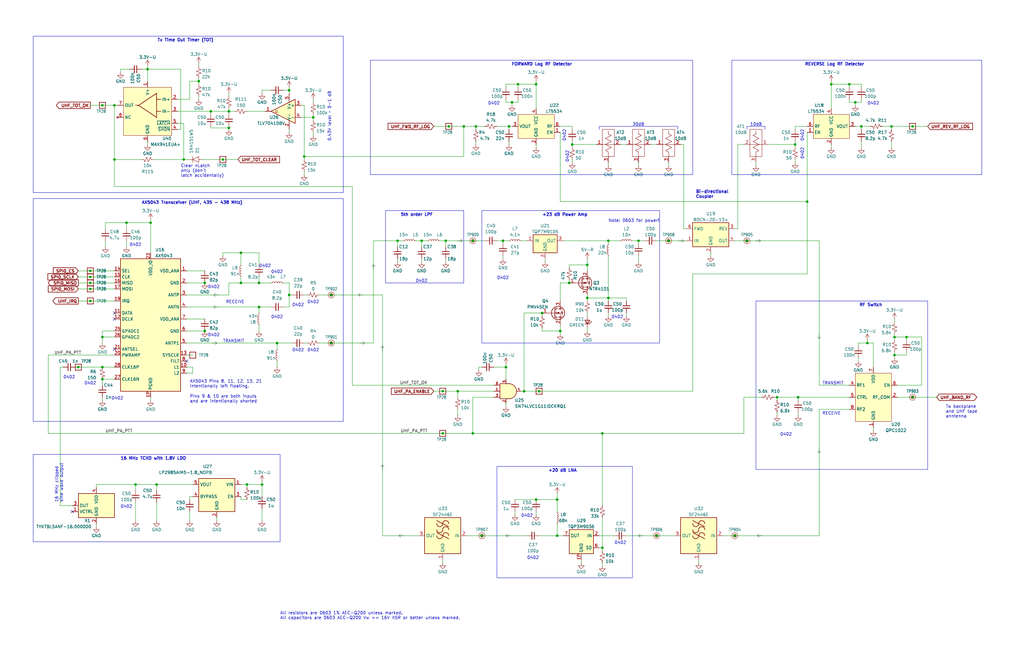
<source format=kicad_sch>
(kicad_sch (version 20230121) (generator eeschema)
  (paper "USLedger")
  (title_block (title "OreSat C3: UHF Band Radio") (date "2023-05-29") (rev "6.0"))
  (junction (at 213.36 154.94))
  (junction (at 43.18 160.02))
  (junction (at 200.66 53.34))
  (junction (at 139.7 144.78))
  (junction (at 193.04 165.1))
  (junction (at 63.5 93.98))
  (junction (at 240.03 119.38))
  (junction (at 234.95 210.82))
  (junction (at 234.95 226.06))
  (junction (at 195.58 53.34))
  (junction (at 38.1 121.92))
  (junction (at 365.76 144.78))
  (junction (at 226.06 35.56))
  (junction (at 187.96 101.6))
  (junction (at 203.2 226.06))
  (junction (at 384.81 53.34))
  (junction (at 256.54 125.73))
  (junction (at 121.92 124.46))
  (junction (at 247.65 125.73))
  (junction (at 377.19 142.24))
  (junction (at 314.96 101.6))
  (junction (at 86.36 139.7))
  (junction (at 177.8 101.6))
  (junction (at 254 182.88))
  (junction (at 186.69 165.1))
  (junction (at 62.23 29.21))
  (junction (at 226.06 210.82))
  (junction (at 350.52 35.56))
  (junction (at 66.04 204.47))
  (junction (at 269.24 101.6))
  (junction (at 109.22 119.38))
  (junction (at 93.98 67.31))
  (junction (at 212.09 101.6))
  (junction (at 228.6 132.08))
  (junction (at 33.02 154.94))
  (junction (at 48.26 44.45))
  (junction (at 109.22 129.54))
  (junction (at 48.26 67.31))
  (junction (at 241.3 60.96))
  (junction (at 101.6 119.38))
  (junction (at 110.49 204.47))
  (junction (at 77.47 67.31))
  (junction (at 214.63 53.34))
  (junction (at 57.15 204.47))
  (junction (at 43.18 154.94))
  (junction (at 53.34 93.98))
  (junction (at 167.64 101.6))
  (junction (at 281.94 101.6))
  (junction (at 215.9 43.18))
  (junction (at 189.23 53.34))
  (junction (at 199.39 101.6))
  (junction (at 38.1 127))
  (junction (at 340.36 85.09))
  (junction (at 101.6 106.68))
  (junction (at 247.65 111.76))
  (junction (at 83.82 34.29))
  (junction (at 199.39 182.88))
  (junction (at 38.1 114.3))
  (junction (at 358.14 35.56))
  (junction (at 43.18 44.45))
  (junction (at 139.7 124.46))
  (junction (at 327.66 167.64))
  (junction (at 128.27 66.04))
  (junction (at 218.44 35.56))
  (junction (at 96.52 46.99))
  (junction (at 382.27 142.24))
  (junction (at 227.33 165.1))
  (junction (at 375.92 53.34))
  (junction (at 104.14 204.47))
  (junction (at 96.52 53.975))
  (junction (at 86.36 119.38))
  (junction (at 384.81 167.64))
  (junction (at 220.98 165.1))
  (junction (at 276.86 226.06))
  (junction (at 309.88 226.06))
  (junction (at 254 231.14))
  (junction (at 121.92 38.1))
  (junction (at 88.9 46.99))
  (junction (at 256.54 101.6))
  (junction (at 336.55 167.64))
  (junction (at 132.08 49.53))
  (junction (at 43.18 142.24))
  (junction (at 377.19 149.86))
  (junction (at 360.68 43.18))
  (junction (at 335.28 60.96))
  (junction (at 186.69 182.88))
  (junction (at 38.1 116.84))
  (junction (at 236.22 139.7))
  (junction (at 116.84 144.78))
  (junction (at 363.22 53.34))
  (junction (at 38.1 119.38))
  (no_connect (at 48.26 132.08))
  (no_connect (at 48.26 147.32))
  (no_connect (at 48.26 134.62))
  (no_connect (at 30.48 215.9))
  (no_connect (at 78.74 152.4))
  (wire (pts (xy 132.08 41.91) (xy 132.08 43.18)))
  (polyline (pts (xy 161.29 146.05) (xy 160.655 146.685)) (stroke (width 0.254) (color 146 146 146 1)))
  (wire (pts (xy 93.98 106.68) (xy 93.98 107.95)))
  (wire (pts (xy 361.95 151.13) (xy 361.95 152.4)))
  (wire (pts (xy 38.1 127) (xy 33.02 127)))
  (wire (pts (xy 43.18 167.64) (xy 43.18 168.91)))
  (polyline (pts (xy 90.17 129.54) (xy 90.805 128.905)) (stroke (width 0.254) (color 146 146 146 1)))
  (wire (pts (xy 53.34 96.52) (xy 53.34 93.98)))
  (polyline (pts (xy 90.17 129.54) (xy 92.075 129.54)) (stroke (width 0.254) (color 146 146 146 1)))
  (wire (pts (xy 119.38 38.1) (xy 121.92 38.1)))
  (polyline (pts (xy 161.29 196.215) (xy 161.925 196.85)) (stroke (width 0.254) (color 146 146 146 1)))
  (wire (pts (xy 80.01 215.9) (xy 80.01 219.71)))
  (polyline (pts (xy 90.17 124.46) (xy 90.805 125.095)) (stroke (width 0.254) (color 146 146 146 1)))
  (wire (pts (xy 128.27 124.46) (xy 129.54 124.46)))
  (wire (pts (xy 110.49 38.1) (xy 114.3 38.1)))
  (wire (pts (xy 109.22 132.08) (xy 109.22 129.54)))
  (wire (pts (xy 256.54 133.35) (xy 256.54 132.08)))
  (polyline (pts (xy 265.43 53.34) (xy 285.75 53.34)))
  (wire (pts (xy 176.53 226.06) (xy 161.29 226.06)))
  (wire (pts (xy 91.44 218.44) (xy 91.44 219.71)))
  (wire (pts (xy 77.47 52.07) (xy 74.93 52.07)))
  (wire (pts (xy 119.38 119.38) (xy 121.92 119.38)))
  (wire (pts (xy 256.54 107.95) (xy 256.54 125.73)))
  (wire (pts (xy 78.74 139.7) (xy 86.36 139.7)))
  (wire (pts (xy 148.59 162.56) (xy 208.28 162.56)))
  (wire (pts (xy 309.88 96.52) (xy 311.15 96.52)))
  (wire (pts (xy 63.5 93.98) (xy 63.5 106.68)))
  (wire (pts (xy 327.66 168.91) (xy 327.66 167.64)))
  (wire (pts (xy 187.96 101.6) (xy 185.42 101.6)))
  (wire (pts (xy 363.22 41.91) (xy 363.22 43.18)))
  (wire (pts (xy 251.46 60.96) (xy 241.3 60.96)))
  (wire (pts (xy 199.39 167.64) (xy 199.39 182.88)))
  (wire (pts (xy 345.44 101.6) (xy 345.44 162.56)))
  (polyline (pts (xy 252.73 54.61) (xy 252.73 53.34)))
  (wire (pts (xy 186.69 182.88) (xy 199.39 182.88)))
  (wire (pts (xy 132.08 49.53) (xy 132.08 50.8)))
  (polyline (pts (xy 161.29 196.215) (xy 161.29 198.12)) (stroke (width 0.254) (color 146 146 146 1)))
  (wire (pts (xy 245.11 236.22) (xy 245.11 237.49)))
  (wire (pts (xy 88.9 46.99) (xy 74.93 46.99)))
  (wire (pts (xy 77.47 67.31) (xy 77.47 52.07)))
  (wire (pts (xy 177.8 104.14) (xy 177.8 101.6)))
  (wire (pts (xy 375.92 53.34) (xy 372.11 53.34)))
  (wire (pts (xy 236.22 137.16) (xy 236.22 139.7)))
  (wire (pts (xy 377.19 142.24) (xy 382.27 142.24)))
  (wire (pts (xy 234.95 210.82) (xy 226.06 210.82)))
  (wire (pts (xy 382.27 143.51) (xy 382.27 142.24)))
  (wire (pts (xy 96.52 48.26) (xy 96.52 46.99)))
  (wire (pts (xy 201.93 156.21) (xy 201.93 154.94)))
  (wire (pts (xy 161.29 124.46) (xy 161.29 226.06)))
  (wire (pts (xy 345.44 226.06) (xy 309.88 226.06)))
  (wire (pts (xy 40.64 204.47) (xy 57.15 204.47)))
  (polyline (pts (xy 269.24 226.06) (xy 271.145 226.06)) (stroke (width 0.254) (color 146 146 146 1)))
  (wire (pts (xy 78.74 114.3) (xy 86.36 114.3)))
  (wire (pts (xy 336.55 173.99) (xy 336.55 175.26)))
  (wire (pts (xy 363.22 54.61) (xy 363.22 53.34)))
  (wire (pts (xy 247.65 111.76) (xy 240.03 111.76)))
  (polyline (pts (xy 91.44 144.78) (xy 90.805 144.145)) (stroke (width 0.254) (color 146 146 146 1)))
  (wire (pts (xy 80.01 41.91) (xy 80.01 34.29)))
  (wire (pts (xy 48.26 139.7) (xy 43.18 139.7)))
  (wire (pts (xy 213.36 154.94) (xy 208.28 154.94)))
  (wire (pts (xy 226.06 45.72) (xy 226.06 35.56)))
  (wire (pts (xy 167.64 101.6) (xy 170.18 101.6)))
  (wire (pts (xy 256.54 101.6) (xy 237.49 101.6)))
  (wire (pts (xy 269.24 68.58) (xy 269.24 69.85)))
  (wire (pts (xy 288.29 96.52) (xy 288.29 60.96)))
  (wire (pts (xy 236.22 140.97) (xy 236.22 139.7)))
  (wire (pts (xy 48.26 119.38) (xy 38.1 119.38)))
  (wire (pts (xy 66.04 204.47) (xy 66.04 207.01)))
  (wire (pts (xy 358.14 162.56) (xy 345.44 162.56)))
  (wire (pts (xy 109.22 111.76) (xy 109.22 106.68)))
  (polyline (pts (xy 322.58 54.61) (xy 322.58 53.34)))
  (wire (pts (xy 48.26 116.84) (xy 38.1 116.84)))
  (wire (pts (xy 100.33 67.31) (xy 93.98 67.31)))
  (wire (pts (xy 220.98 165.1) (xy 227.33 165.1)))
  (wire (pts (xy 368.3 180.34) (xy 368.3 181.61)))
  (wire (pts (xy 139.7 144.78) (xy 134.62 144.78)))
  (wire (pts (xy 132.08 48.26) (xy 132.08 49.53)))
  (wire (pts (xy 212.09 102.87) (xy 212.09 101.6)))
  (wire (pts (xy 195.58 66.04) (xy 195.58 53.34)))
  (polyline (pts (xy 345.44 191.135) (xy 346.075 190.5)) (stroke (width 0.254) (color 146 146 146 1)))
  (wire (pts (xy 220.98 132.08) (xy 228.6 132.08)))
  (wire (pts (xy 48.26 67.31) (xy 59.69 67.31)))
  (wire (pts (xy 226.06 217.17) (xy 226.06 215.9)))
  (wire (pts (xy 363.22 35.56) (xy 358.14 35.56)))
  (wire (pts (xy 218.44 35.56) (xy 218.44 36.83)))
  (wire (pts (xy 177.8 109.22) (xy 177.8 110.49)))
  (wire (pts (xy 196.85 226.06) (xy 203.2 226.06)))
  (wire (pts (xy 116.84 152.4) (xy 116.84 154.94)))
  (wire (pts (xy 25.4 213.36) (xy 25.4 154.94)))
  (polyline (pts (xy 213.36 226.06) (xy 213.995 226.695)) (stroke (width 0.254) (color 146 146 146 1)))
  (wire (pts (xy 83.82 26.67) (xy 83.82 27.94)))
  (wire (pts (xy 241.3 60.96) (xy 241.3 62.23)))
  (wire (pts (xy 99.06 46.99) (xy 96.52 46.99)))
  (polyline (pts (xy 269.24 226.06) (xy 269.875 226.695)) (stroke (width 0.254) (color 146 146 146 1)))
  (wire (pts (xy 327.66 167.64) (xy 336.55 167.64)))
  (polyline (pts (xy 157.48 111.76) (xy 158.115 112.395)) (stroke (width 0.254) (color 146 146 146 1)))
  (polyline (pts (xy 319.405 226.06) (xy 321.31 226.06)) (stroke (width 0.254) (color 146 146 146 1)))
  (wire (pts (xy 193.04 165.1) (xy 208.28 165.1)))
  (wire (pts (xy 358.14 41.91) (xy 358.14 43.18)))
  (wire (pts (xy 247.65 109.22) (xy 247.65 111.76)))
  (wire (pts (xy 358.14 167.64) (xy 336.55 167.64)))
  (wire (pts (xy 358.14 172.72) (xy 345.44 172.72)))
  (wire (pts (xy 63.5 167.64) (xy 63.5 168.91)))
  (wire (pts (xy 377.19 134.62) (xy 377.19 135.89)))
  (polyline (pts (xy 320.675 101.6) (xy 318.77 101.6)) (stroke (width 0.254) (color 146 146 146 1)))
  (wire (pts (xy 241.3 54.61) (xy 241.3 53.34)))
  (wire (pts (xy 88.9 53.975) (xy 96.52 53.975)))
  (wire (pts (xy 48.26 44.45) (xy 43.18 44.45)))
  (wire (pts (xy 20.32 182.88) (xy 20.32 149.86)))
  (polyline (pts (xy 90.17 124.46) (xy 90.805 123.825)) (stroke (width 0.254) (color 146 146 146 1)))
  (wire (pts (xy 222.25 101.6) (xy 219.71 101.6)))
  (wire (pts (xy 109.22 106.68) (xy 101.6 106.68)))
  (wire (pts (xy 123.19 144.78) (xy 116.84 144.78)))
  (wire (pts (xy 234.95 208.28) (xy 234.95 210.82)))
  (wire (pts (xy 213.36 154.94) (xy 213.36 160.02)))
  (wire (pts (xy 264.16 125.73) (xy 256.54 125.73)))
  (wire (pts (xy 88.9 53.34) (xy 88.9 53.975)))
  (polyline (pts (xy 345.44 142.875) (xy 345.44 140.97)) (stroke (width 0.254) (color 146 146 146 1)))
  (wire (pts (xy 62.23 29.21) (xy 76.2 29.21)))
  (wire (pts (xy 220.98 132.08) (xy 220.98 165.1)))
  (wire (pts (xy 391.16 53.34) (xy 384.81 53.34)))
  (wire (pts (xy 96.52 46.99) (xy 88.9 46.99)))
  (wire (pts (xy 269.24 107.95) (xy 269.24 110.49)))
  (wire (pts (xy 101.6 119.38) (xy 109.22 119.38)))
  (wire (pts (xy 48.26 44.45) (xy 48.26 67.31)))
  (wire (pts (xy 20.32 182.88) (xy 186.69 182.88)))
  (wire (pts (xy 199.39 101.6) (xy 204.47 101.6)))
  (wire (pts (xy 213.36 36.83) (xy 213.36 35.56)))
  (wire (pts (xy 289.56 101.6) (xy 281.94 101.6)))
  (wire (pts (xy 193.04 165.1) (xy 186.69 165.1)))
  (wire (pts (xy 254 232.41) (xy 254 231.14)))
  (wire (pts (xy 50.8 30.48) (xy 50.8 29.21)))
  (wire (pts (xy 193.04 165.1) (xy 193.04 167.64)))
  (wire (pts (xy 321.31 167.64) (xy 313.69 167.64)))
  (wire (pts (xy 323.85 60.96) (xy 335.28 60.96)))
  (wire (pts (xy 264.16 127) (xy 264.16 125.73)))
  (wire (pts (xy 20.32 149.86) (xy 48.26 149.86)))
  (wire (pts (xy 294.64 237.49) (xy 294.64 236.22)))
  (wire (pts (xy 377.19 149.86) (xy 382.27 149.86)))
  (polyline (pts (xy 153.67 144.78) (xy 151.765 144.78)) (stroke (width 0.254) (color 146 146 146 1)))
  (wire (pts (xy 44.45 93.98) (xy 53.34 93.98)))
  (wire (pts (xy 101.6 106.68) (xy 101.6 111.76)))
  (wire (pts (xy 377.19 148.59) (xy 377.19 149.86)))
  (polyline (pts (xy 151.13 124.46) (xy 151.765 125.095)) (stroke (width 0.254) (color 146 146 146 1)))
  (wire (pts (xy 360.68 43.18) (xy 363.22 43.18)))
  (wire (pts (xy 193.04 172.72) (xy 193.04 175.26)))
  (polyline (pts (xy 168.275 226.06) (xy 168.91 225.425)) (stroke (width 0.254) (color 146 146 146 1)))
  (wire (pts (xy 104.14 204.47) (xy 101.6 204.47)))
  (wire (pts (xy 121.92 38.1) (xy 121.92 39.37)))
  (wire (pts (xy 288.29 60.96) (xy 287.02 60.96)))
  (wire (pts (xy 292.1 115.57) (xy 340.36 115.57)))
  (wire (pts (xy 111.76 46.99) (xy 104.14 46.99)))
  (wire (pts (xy 66.04 212.09) (xy 66.04 219.71)))
  (wire (pts (xy 363.22 59.69) (xy 363.22 62.23)))
  (wire (pts (xy 59.69 29.21) (xy 62.23 29.21)))
  (wire (pts (xy 212.09 101.6) (xy 209.55 101.6)))
  (wire (pts (xy 382.27 149.86) (xy 382.27 148.59)))
  (wire (pts (xy 30.48 213.36) (xy 25.4 213.36)))
  (polyline (pts (xy 213.36 226.06) (xy 213.995 225.425)) (stroke (width 0.254) (color 146 146 146 1)))
  (wire (pts (xy 234.95 226.06) (xy 227.33 226.06)))
  (wire (pts (xy 57.15 204.47) (xy 66.04 204.47)))
  (wire (pts (xy 254 231.14) (xy 252.73 231.14)))
  (wire (pts (xy 104.14 204.47) (xy 110.49 204.47)))
  (wire (pts (xy 213.36 35.56) (xy 218.44 35.56)))
  (wire (pts (xy 218.44 41.91) (xy 218.44 43.18)))
  (wire (pts (xy 83.82 33.02) (xy 83.82 34.29)))
  (wire (pts (xy 264.16 226.06) (xy 276.86 226.06)))
  (wire (pts (xy 199.39 182.88) (xy 254 182.88)))
  (wire (pts (xy 123.19 124.46) (xy 121.92 124.46)))
  (wire (pts (xy 375.92 54.61) (xy 375.92 53.34)))
  (polyline (pts (xy 194.945 101.6) (xy 193.04 101.6)) (stroke (width 0.254) (color 146 146 146 1)))
  (wire (pts (xy 101.6 209.55) (xy 101.6 210.82)))
  (wire (pts (xy 254 238.76) (xy 254 237.49)))
  (wire (pts (xy 314.96 101.6) (xy 345.44 101.6)))
  (wire (pts (xy 274.32 60.96) (xy 276.86 60.96)))
  (wire (pts (xy 167.64 104.14) (xy 167.64 101.6)))
  (wire (pts (xy 220.98 165.1) (xy 219.71 165.1)))
  (wire (pts (xy 240.03 111.76) (xy 240.03 113.03)))
  (wire (pts (xy 38.1 121.92) (xy 33.02 121.92)))
  (wire (pts (xy 228.6 139.7) (xy 236.22 139.7)))
  (wire (pts (xy 132.08 55.88) (xy 132.08 57.15)))
  (polyline (pts (xy 320.675 101.6) (xy 320.04 102.235)) (stroke (width 0.254) (color 146 146 146 1)))
  (wire (pts (xy 234.95 215.9) (xy 234.95 210.82)))
  (wire (pts (xy 43.18 44.45) (xy 38.1 44.45)))
  (wire (pts (xy 241.3 53.34) (xy 236.22 53.34)))
  (polyline (pts (xy 161.29 196.215) (xy 160.655 196.85)) (stroke (width 0.254) (color 146 146 146 1)))
  (wire (pts (xy 247.65 132.08) (xy 247.65 133.35)))
  (wire (pts (xy 375.92 59.69) (xy 375.92 62.23)))
  (polyline (pts (xy 345.44 191.135) (xy 345.44 189.23)) (stroke (width 0.254) (color 146 146 146 1)))
  (wire (pts (xy 241.3 59.69) (xy 241.3 60.96)))
  (polyline (pts (xy 153.67 144.78) (xy 153.035 145.415)) (stroke (width 0.254) (color 146 146 146 1)))
  (wire (pts (xy 157.48 101.6) (xy 157.48 144.78)))
  (wire (pts (xy 187.96 109.22) (xy 187.96 110.49)))
  (wire (pts (xy 214.63 53.34) (xy 215.9 53.34)))
  (wire (pts (xy 96.52 124.46) (xy 96.52 119.38)))
  (wire (pts (xy 208.28 167.64) (xy 199.39 167.64)))
  (wire (pts (xy 350.52 60.96) (xy 350.52 62.23)))
  (wire (pts (xy 101.6 116.84) (xy 101.6 119.38)))
  (wire (pts (xy 132.08 49.53) (xy 127 49.53)))
  (wire (pts (xy 228.6 133.35) (xy 228.6 132.08)))
  (wire (pts (xy 177.8 101.6) (xy 175.26 101.6)))
  (wire (pts (xy 363.22 35.56) (xy 363.22 36.83)))
  (wire (pts (xy 271.78 101.6) (xy 269.24 101.6)))
  (wire (pts (xy 104.14 205.74) (xy 104.14 204.47)))
  (polyline (pts (xy 168.275 226.06) (xy 170.18 226.06)) (stroke (width 0.254) (color 146 146 146 1)))
  (wire (pts (xy 228.6 138.43) (xy 228.6 139.7)))
  (wire (pts (xy 96.52 53.34) (xy 96.52 53.975)))
  (wire (pts (xy 96.52 39.37) (xy 96.52 40.64)))
  (wire (pts (xy 360.68 43.18) (xy 360.68 44.45)))
  (polyline (pts (xy 288.29 101.6) (xy 287.655 102.235)) (stroke (width 0.254) (color 146 146 146 1)))
  (wire (pts (xy 157.48 144.78) (xy 139.7 144.78)))
  (wire (pts (xy 110.49 203.2) (xy 110.49 204.47)))
  (wire (pts (xy 254 213.36) (xy 254 182.88)))
  (wire (pts (xy 214.63 59.69) (xy 214.63 60.96)))
  (wire (pts (xy 128.27 67.31) (xy 128.27 66.04)))
  (wire (pts (xy 38.1 114.3) (xy 33.02 114.3)))
  (wire (pts (xy 33.02 154.94) (xy 43.18 154.94)))
  (wire (pts (xy 48.26 78.74) (xy 48.26 67.31)))
  (wire (pts (xy 48.26 154.94) (xy 43.18 154.94)))
  (wire (pts (xy 350.52 35.56) (xy 350.52 45.72)))
  (wire (pts (xy 340.36 85.09) (xy 236.22 85.09)))
  (polyline (pts (xy 319.405 226.06) (xy 320.04 225.425)) (stroke (width 0.254) (color 146 146 146 1)))
  (wire (pts (xy 121.92 55.88) (xy 121.92 54.61)))
  (wire (pts (xy 358.14 35.56) (xy 358.14 36.83)))
  (wire (pts (xy 38.1 116.84) (xy 33.02 116.84)))
  (wire (pts (xy 96.52 53.975) (xy 96.52 54.61)))
  (polyline (pts (xy 90.17 129.54) (xy 90.805 130.175)) (stroke (width 0.254) (color 146 146 146 1)))
  (wire (pts (xy 313.69 60.96) (xy 311.15 60.96)))
  (polyline (pts (xy 91.44 144.78) (xy 90.805 145.415)) (stroke (width 0.254) (color 146 146 146 1)))
  (polyline (pts (xy 322.58 53.34) (xy 314.96 53.34)))
  (polyline (pts (xy 345.44 191.135) (xy 344.805 190.5)) (stroke (width 0.254) (color 146 146 146 1)))
  (wire (pts (xy 49.53 44.45) (xy 48.26 44.45)))
  (wire (pts (xy 365.76 144.78) (xy 365.76 143.51)))
  (wire (pts (xy 247.65 127) (xy 247.65 125.73)))
  (wire (pts (xy 81.28 157.48) (xy 78.74 157.48)))
  (wire (pts (xy 256.54 68.58) (xy 256.54 69.85)))
  (wire (pts (xy 187.96 104.14) (xy 187.96 101.6)))
  (wire (pts (xy 177.8 101.6) (xy 180.34 101.6)))
  (wire (pts (xy 114.3 119.38) (xy 109.22 119.38)))
  (wire (pts (xy 212.09 101.6) (xy 214.63 101.6)))
  (wire (pts (xy 128.27 44.45) (xy 128.27 66.04)))
  (wire (pts (xy 201.93 154.94) (xy 203.2 154.94)))
  (wire (pts (xy 44.45 101.6) (xy 44.45 104.14)))
  (wire (pts (xy 264.16 133.35) (xy 264.16 132.08)))
  (wire (pts (xy 200.66 53.34) (xy 204.47 53.34)))
  (wire (pts (xy 62.23 27.94) (xy 62.23 29.21)))
  (wire (pts (xy 327.66 173.99) (xy 327.66 175.26)))
  (wire (pts (xy 62.23 29.21) (xy 62.23 34.29)))
  (wire (pts (xy 313.69 182.88) (xy 313.69 167.64)))
  (wire (pts (xy 335.28 54.61) (xy 335.28 53.34)))
  (polyline (pts (xy 285.75 53.34) (xy 285.75 54.61)))
  (wire (pts (xy 119.38 129.54) (xy 121.92 129.54)))
  (wire (pts (xy 240.03 119.38) (xy 236.22 119.38)))
  (wire (pts (xy 78.74 149.86) (xy 81.28 149.86)))
  (wire (pts (xy 378.46 167.64) (xy 384.81 167.64)))
  (wire (pts (xy 96.52 119.38) (xy 101.6 119.38)))
  (polyline (pts (xy 151.13 124.46) (xy 153.035 124.46)) (stroke (width 0.254) (color 146 146 146 1)))
  (polyline (pts (xy 345.44 142.875) (xy 344.805 142.24)) (stroke (width 0.254) (color 146 146 146 1)))
  (wire (pts (xy 388.62 162.56) (xy 388.62 142.24)))
  (wire (pts (xy 299.72 106.68) (xy 299.72 107.95)))
  (wire (pts (xy 378.46 162.56) (xy 388.62 162.56)))
  (wire (pts (xy 335.28 53.34) (xy 340.36 53.34)))
  (wire (pts (xy 109.22 129.54) (xy 114.3 129.54)))
  (wire (pts (xy 76.2 54.61) (xy 74.93 54.61)))
  (polyline (pts (xy 213.36 226.06) (xy 215.265 226.06)) (stroke (width 0.254) (color 146 146 146 1)))
  (wire (pts (xy 57.15 207.01) (xy 57.15 204.47)))
  (wire (pts (xy 327.66 167.64) (xy 326.39 167.64)))
  (wire (pts (xy 96.52 46.99) (xy 96.52 45.72)))
  (wire (pts (xy 182.88 53.34) (xy 189.23 53.34)))
  (wire (pts (xy 109.22 119.38) (xy 109.22 116.84)))
  (wire (pts (xy 217.17 217.17) (xy 217.17 215.9)))
  (wire (pts (xy 101.6 210.82) (xy 104.14 210.82)))
  (wire (pts (xy 236.22 119.38) (xy 236.22 127)))
  (wire (pts (xy 57.15 212.09) (xy 57.15 219.71)))
  (wire (pts (xy 214.63 54.61) (xy 214.63 53.34)))
  (wire (pts (xy 218.44 43.18) (xy 215.9 43.18)))
  (wire (pts (xy 213.36 41.91) (xy 213.36 43.18)))
  (wire (pts (xy 43.18 142.24) (xy 48.26 142.24)))
  (polyline (pts (xy 90.17 124.46) (xy 92.075 124.46)) (stroke (width 0.254) (color 146 146 146 1)))
  (wire (pts (xy 309.88 226.06) (xy 304.8 226.06)))
  (wire (pts (xy 116.84 144.78) (xy 78.74 144.78)))
  (wire (pts (xy 81.28 154.94) (xy 81.28 157.48)))
  (wire (pts (xy 340.36 115.57) (xy 340.36 85.09)))
  (wire (pts (xy 377.19 143.51) (xy 377.19 142.24)))
  (wire (pts (xy 247.65 125.73) (xy 247.65 124.46)))
  (wire (pts (xy 350.52 35.56) (xy 358.14 35.56)))
  (wire (pts (xy 78.74 134.62) (xy 86.36 134.62)))
  (wire (pts (xy 109.22 137.16) (xy 109.22 139.7)))
  (wire (pts (xy 187.96 101.6) (xy 199.39 101.6)))
  (wire (pts (xy 62.23 60.96) (xy 62.23 59.69)))
  (wire (pts (xy 203.2 226.06) (xy 222.25 226.06)))
  (wire (pts (xy 88.9 46.99) (xy 88.9 48.26)))
  (wire (pts (xy 215.9 43.18) (xy 213.36 43.18)))
  (polyline (pts (xy 288.29 101.6) (xy 286.385 101.6)) (stroke (width 0.254) (color 146 146 146 1)))
  (wire (pts (xy 128.27 66.04) (xy 195.58 66.04)))
  (wire (pts (xy 358.14 43.18) (xy 360.68 43.18)))
  (wire (pts (xy 377.19 151.13) (xy 377.19 149.86)))
  (wire (pts (xy 63.5 92.71) (xy 63.5 93.98)))
  (wire (pts (xy 256.54 101.6) (xy 256.54 102.87)))
  (polyline (pts (xy 345.44 142.875) (xy 346.075 142.24)) (stroke (width 0.254) (color 146 146 146 1)))
  (wire (pts (xy 31.75 154.94) (xy 33.02 154.94)))
  (wire (pts (xy 110.49 214.63) (xy 110.49 219.71)))
  (wire (pts (xy 261.62 101.6) (xy 256.54 101.6)))
  (wire (pts (xy 226.06 35.56) (xy 218.44 35.56)))
  (wire (pts (xy 313.69 182.88) (xy 254 182.88)))
  (polyline (pts (xy 320.675 101.6) (xy 320.04 100.965)) (stroke (width 0.254) (color 146 146 146 1)))
  (wire (pts (xy 241.3 67.31) (xy 241.3 68.58)))
  (wire (pts (xy 227.33 165.1) (xy 292.1 165.1)))
  (wire (pts (xy 83.82 40.64) (xy 83.82 41.91)))
  (wire (pts (xy 85.09 67.31) (xy 93.98 67.31)))
  (wire (pts (xy 269.24 101.6) (xy 269.24 102.87)))
  (wire (pts (xy 281.94 68.58) (xy 281.94 69.85)))
  (polyline (pts (xy 314.96 53.34) (xy 314.96 54.61)))
  (wire (pts (xy 186.69 165.1) (xy 182.88 165.1)))
  (wire (pts (xy 44.45 96.52) (xy 44.45 93.98)))
  (wire (pts (xy 83.82 34.29) (xy 83.82 35.56)))
  (wire (pts (xy 76.2 29.21) (xy 76.2 54.61)))
  (polyline (pts (xy 153.67 144.78) (xy 153.035 144.145)) (stroke (width 0.254) (color 146 146 146 1)))
  (wire (pts (xy 335.28 67.31) (xy 335.28 68.58)))
  (polyline (pts (xy 194.945 101.6) (xy 194.31 100.965)) (stroke (width 0.254) (color 146 146 146 1)))
  (polyline (pts (xy 161.29 146.05) (xy 161.29 147.955)) (stroke (width 0.254) (color 146 146 146 1)))
  (wire (pts (xy 345.44 172.72) (xy 345.44 226.06)))
  (polyline (pts (xy 288.29 101.6) (xy 287.655 100.965)) (stroke (width 0.254) (color 146 146 146 1)))
  (wire (pts (xy 269.24 101.6) (xy 266.7 101.6)))
  (wire (pts (xy 247.65 138.43) (xy 247.65 139.7)))
  (wire (pts (xy 261.62 60.96) (xy 264.16 60.96)))
  (polyline (pts (xy 168.275 226.06) (xy 168.91 226.695)) (stroke (width 0.254) (color 146 146 146 1)))
  (wire (pts (xy 236.22 85.09) (xy 236.22 55.88)))
  (wire (pts (xy 78.74 119.38) (xy 86.36 119.38)))
  (wire (pts (xy 101.6 106.68) (xy 93.98 106.68)))
  (wire (pts (xy 110.49 204.47) (xy 110.49 209.55)))
  (wire (pts (xy 289.56 96.52) (xy 288.29 96.52)))
  (wire (pts (xy 226.06 60.96) (xy 226.06 62.23)))
  (polyline (pts (xy 157.48 111.76) (xy 157.48 113.665)) (stroke (width 0.254) (color 146 146 146 1)))
  (wire (pts (xy 116.84 144.78) (xy 116.84 147.32)))
  (wire (pts (xy 256.54 127) (xy 256.54 125.73)))
  (wire (pts (xy 377.19 140.97) (xy 377.19 142.24)))
  (wire (pts (xy 25.4 154.94) (xy 26.67 154.94)))
  (wire (pts (xy 209.55 53.34) (xy 214.63 53.34)))
  (wire (pts (xy 212.09 107.95) (xy 212.09 109.22)))
  (wire (pts (xy 40.64 220.98) (xy 40.64 222.25)))
  (wire (pts (xy 234.95 226.06) (xy 234.95 220.98)))
  (wire (pts (xy 311.15 96.52) (xy 311.15 60.96)))
  (wire (pts (xy 81.28 209.55) (xy 80.01 209.55)))
  (wire (pts (xy 43.18 144.78) (xy 43.18 142.24)))
  (wire (pts (xy 81.28 204.47) (xy 66.04 204.47)))
  (wire (pts (xy 74.93 41.91) (xy 80.01 41.91)))
  (wire (pts (xy 43.18 160.02) (xy 43.18 162.56)))
  (polyline (pts (xy 151.13 124.46) (xy 151.765 123.825)) (stroke (width 0.254) (color 146 146 146 1)))
  (wire (pts (xy 78.74 129.54) (xy 109.22 129.54)))
  (wire (pts (xy 64.77 67.31) (xy 77.47 67.31)))
  (wire (pts (xy 78.74 124.46) (xy 96.52 124.46)))
  (wire (pts (xy 340.36 55.88) (xy 340.36 85.09)))
  (wire (pts (xy 350.52 34.29) (xy 350.52 35.56)))
  (wire (pts (xy 384.81 167.64) (xy 394.97 167.64)))
  (wire (pts (xy 200.66 53.34) (xy 195.58 53.34)))
  (wire (pts (xy 148.59 162.56) (xy 148.59 78.74)))
  (wire (pts (xy 77.47 67.31) (xy 80.01 67.31)))
  (wire (pts (xy 361.95 144.78) (xy 365.76 144.78)))
  (wire (pts (xy 226.06 210.82) (xy 217.17 210.82)))
  (wire (pts (xy 121.92 119.38) (xy 121.92 124.46)))
  (wire (pts (xy 80.01 209.55) (xy 80.01 210.82)))
  (wire (pts (xy 127 44.45) (xy 128.27 44.45)))
  (wire (pts (xy 247.65 114.3) (xy 247.65 111.76)))
  (wire (pts (xy 226.06 34.29) (xy 226.06 35.56)))
  (wire (pts (xy 161.29 124.46) (xy 139.7 124.46)))
  (wire (pts (xy 53.34 101.6) (xy 53.34 104.14)))
  (wire (pts (xy 121.92 36.83) (xy 121.92 38.1)))
  (polyline (pts (xy 91.44 144.78) (xy 89.535 144.78)) (stroke (width 0.254) (color 146 146 146 1)))
  (wire (pts (xy 129.54 144.78) (xy 128.27 144.78)))
  (wire (pts (xy 200.66 54.61) (xy 200.66 53.34)))
  (wire (pts (xy 186.69 236.22) (xy 186.69 237.49)))
  (wire (pts (xy 281.94 101.6) (xy 276.86 101.6)))
  (wire (pts (xy 368.3 154.94) (xy 368.3 144.78)))
  (wire (pts (xy 335.28 59.69) (xy 335.28 60.96)))
  (wire (pts (xy 48.26 121.92) (xy 38.1 121.92)))
  (wire (pts (xy 200.66 59.69) (xy 200.66 60.96)))
  (polyline (pts (xy 319.405 226.06) (xy 320.04 226.695)) (stroke (width 0.254) (color 146 146 146 1)))
  (wire (pts (xy 363.22 53.34) (xy 360.68 53.34)))
  (wire (pts (xy 368.3 144.78) (xy 365.76 144.78)))
  (wire (pts (xy 213.36 171.45) (xy 213.36 170.18)))
  (wire (pts (xy 335.28 60.96) (xy 335.28 62.23)))
  (wire (pts (xy 361.95 146.05) (xy 361.95 144.78)))
  (wire (pts (xy 43.18 139.7) (xy 43.18 142.24)))
  (wire (pts (xy 128.27 73.66) (xy 128.27 72.39)))
  (wire (pts (xy 148.59 78.74) (xy 48.26 78.74)))
  (polyline (pts (xy 161.29 146.05) (xy 161.925 146.685)) (stroke (width 0.254) (color 146 146 146 1)))
  (wire (pts (xy 388.62 142.24) (xy 382.27 142.24)))
  (wire (pts (xy 276.86 226.06) (xy 284.48 226.06)))
  (wire (pts (xy 213.36 153.67) (xy 213.36 154.94)))
  (wire (pts (xy 318.77 68.58) (xy 318.77 69.85)))
  (wire (pts (xy 252.73 226.06) (xy 259.08 226.06)))
  (wire (pts (xy 53.34 93.98) (xy 63.5 93.98)))
  (wire (pts (xy 83.82 34.29) (xy 80.01 34.29)))
  (wire (pts (xy 167.64 109.22) (xy 167.64 110.49)))
  (polyline (pts (xy 157.48 111.76) (xy 156.845 112.395)) (stroke (width 0.254) (color 146 146 146 1)))
  (wire (pts (xy 48.26 160.02) (xy 43.18 160.02)))
  (wire (pts (xy 50.8 29.21) (xy 54.61 29.21)))
  (wire (pts (xy 240.03 118.11) (xy 240.03 119.38)))
  (wire (pts (xy 110.49 39.37) (xy 110.49 38.1)))
  (wire (pts (xy 292.1 165.1) (xy 292.1 115.57)))
  (wire (pts (xy 48.26 114.3) (xy 38.1 114.3)))
  (wire (pts (xy 121.92 129.54) (xy 121.92 124.46)))
  (wire (pts (xy 254 231.14) (xy 254 218.44)))
  (wire (pts (xy 40.64 205.74) (xy 40.64 204.47)))
  (wire (pts (xy 139.7 124.46) (xy 134.62 124.46)))
  (wire (pts (xy 157.48 101.6) (xy 167.64 101.6)))
  (wire (pts (xy 367.03 53.34) (xy 363.22 53.34)))
  (wire (pts (xy 247.65 125.73) (xy 256.54 125.73)))
  (wire (pts (xy 48.26 127) (xy 38.1 127)))
  (polyline (pts (xy 269.24 226.06) (xy 269.875 225.425)) (stroke (width 0.254) (color 146 146 146 1)))
  (wire (pts (xy 237.49 226.06) (xy 234.95 226.06)))
  (wire (pts (xy 336.55 167.64) (xy 336.55 168.91)))
  (wire (pts (xy 78.74 154.94) (xy 81.28 154.94)))
  (wire (pts (xy 189.23 53.34) (xy 195.58 53.34)))
  (polyline (pts (xy 194.945 101.6) (xy 194.31 102.235)) (stroke (width 0.254) (color 146 146 146 1)))
  (polyline (pts (xy 252.73 53.34) (xy 265.43 53.34)))
  (wire (pts (xy 215.9 44.45) (xy 215.9 43.18)))
  (wire (pts (xy 229.87 110.49) (xy 229.87 109.22)))
  (wire (pts (xy 309.88 101.6) (xy 314.96 101.6)))
  (wire (pts (xy 38.1 119.38) (xy 33.02 119.38)))
  (wire (pts (xy 384.81 53.34) (xy 375.92 53.34)))
  (rectangle (start 13.97 177.8) (end 144.78 83.82))
  (rectangle (start 13.97 191.77) (end 118.11 228.6))
  (rectangle (start 308.61 25.4) (end 414.02 73.66))
  (rectangle (start 318.77 127) (end 391.16 198.12))
  (rectangle (start 13.97 15.24) (end 144.78 81.28))
  (rectangle (start 203.2 88.9) (end 278.13 144.78))
  (rectangle (start 162.56 88.9) (end 195.58 119.38))
  (rectangle (start 156.21 25.4) (end 292.1 73.66))
  (rectangle (start 209.55 196.85) (end 266.7 243.84))
  (text "AX5043 Transceiver (UHF, 435 - 438 MHz)" (at 59.69 86.36 0) (effects (font (size 1.27 1.27) (thickness 0.254) bold) (justify left bottom)))
  (text "0402" (at 114.3 134.62 0) (effects (font (size 1.27 1.27)) (justify left bottom)))
  (text "Pins 9 & 10 are both inputs\nand are intentionally shorted" (at 80.01 170.18 0) (effects (font (size 1.27 1.27)) (justify left bottom)))
  (text "To backplane \nand UHF tape\nanntenna" (at 398.78 176.53 0) (effects (font (size 1.27 1.27)) (justify left bottom)))
  (text "0402" (at 219.71 218.44 0) (effects (font (size 1.27 1.27)) (justify left bottom)))
  (text "0402" (at 222.25 236.22 0) (effects (font (size 1.27 1.27)) (justify left bottom)))
  (text "+20 dB LNA" (at 231.14 199.39 0) (effects (font (size 1.27 1.27) (thickness 0.254) bold) (justify left bottom)))
  (text "0402" (at 328.93 184.15 0) (effects (font (size 1.27 1.27)) (justify left bottom)))
  (text "Clear nLatch\nonly (don't\nlatch accidentally)" (at 76.2 74.93 0) (effects (font (size 1.27 1.27)) (justify left bottom)))
  (text "RECEIVE" (at 346.71 175.26 0) (effects (font (size 1.27 1.27)) (justify left bottom)))
  (text "0402" (at 123.19 148.59 0) (effects (font (size 1.27 1.27)) (justify left bottom)))
  (text "Tx Time Out Timer (TOT)" (at 90.17 17.78 0) (effects (font (size 1.27 1.27) (thickness 0.254) bold) (justify right bottom)))
  (text "0402" (at 109.22 113.03 0) (effects (font (size 1.27 1.27)) (justify left bottom)))
  (text "REVERSE Log RF Detector" (at 364.49 27.94 0) (effects (font (size 1.27 1.27) (thickness 0.254) bold) (justify right bottom)))
  (text "0402" (at 54.61 104.14 0) (effects (font (size 1.27 1.27)) (justify left bottom)))
  (text "0402" (at 50.8 214.63 0) (effects (font (size 1.27 1.27)) (justify left bottom)))
  (text "TRANSMIT" (at 346.71 162.56 0) (effects (font (size 1.27 1.27)) (justify left bottom)))
  (text "RECEIVE" (at 95.25 128.27 0) (effects (font (size 1.27 1.27)) (justify left bottom)))
  (text "0402" (at 87.63 121.92 0) (effects (font (size 1.27 1.27)) (justify left bottom)))
  (text "5th order LPF" (at 168.91 91.44 0) (effects (font (size 1.27 1.27) (thickness 0.254) bold) (justify left bottom)))
  (text "0402" (at 46.99 168.91 0) (effects (font (size 1.27 1.27)) (justify left bottom)))
  (text "0402" (at 339.09 59.69 90) (effects (font (size 1.27 1.27)) (justify left bottom)))
  (text "0402" (at 26.67 160.02 0) (effects (font (size 1.27 1.27)) (justify left bottom)))
  (text "0402" (at 35.56 162.56 0) (effects (font (size 1.27 1.27)) (justify left bottom)))
  (text "10dB" (at 321.31 53.34 0) (effects (font (size 1.27 1.27)) (justify right bottom)))
  (text "Note: 0603 for power!" (at 256.54 93.98 0) (effects (font (size 1.27 1.27)) (justify left bottom)))
  (text "0402" (at 365.76 44.45 0) (effects (font (size 1.27 1.27)) (justify left bottom)))
  (text "16 MHz clipped \nsine wave output\n" (at 26.67 212.09 90) (effects (font (size 1.27 1.27)) (justify left bottom)))
  (text "0402" (at 205.74 44.45 0) (effects (font (size 1.27 1.27)) (justify left bottom)))
  (text "AX5043 Pins 8, 11, 12, 13, 21\nintentionally left floating." (at 80.01 163.83 0) (effects (font (size 1.27 1.27)) (justify left bottom)))
  (text "0402" (at 87.63 142.24 0) (effects (font (size 1.27 1.27)) (justify left bottom)))
  (text "0402" (at 257.81 134.62 0) (effects (font (size 1.27 1.27)) (justify left bottom)))
  (text "0402" (at 114.3 115.57 0) (effects (font (size 1.27 1.27)) (justify left bottom)))
  (text "0402" (at 238.76 59.69 90) (effects (font (size 1.27 1.27)) (justify left bottom)))
  (text "+23 dB Power Amp" (at 228.6 91.44 0) (effects (font (size 1.27 1.27) (thickness 0.254) bold) (justify left bottom)))
  (text "30dB" (at 266.7 53.34 0) (effects (font (size 1.27 1.27)) (justify left bottom)))
  (text "0402" (at 129.54 128.27 0) (effects (font (size 1.27 1.27)) (justify left bottom)))
  (text "16 MHz TCXO with 1.8V LDO" (at 50.8 194.31 0) (effects (font (size 1.27 1.27) (thickness 0.254) bold) (justify left bottom)))
  (text "0402" (at 129.54 148.59 0) (effects (font (size 1.27 1.27)) (justify left bottom)))
  (text "0402" (at 339.09 67.31 90) (effects (font (size 1.27 1.27)) (justify left bottom)))
  (text "TRANSMIT" (at 93.98 144.78 0) (effects (font (size 1.27 1.27)) (justify left bottom)))
  (text "Bi-directional\nCoupler" (at 293.37 83.82 0) (effects (font (size 1.27 1.27) (thickness 0.254) bold) (justify left bottom)))
  (text "0402" (at 240.03 68.58 90) (effects (font (size 1.27 1.27)) (justify left bottom)))
  (text "0402" (at 209.55 118.11 0) (effects (font (size 1.27 1.27)) (justify left bottom)))
  (text "RF Switch" (at 372.11 129.54 0) (effects (font (size 1.27 1.27) (thickness 0.254) bold) (justify right bottom)))
  (text "0.43V level ~ 0-1 dB" (at 139.7 59.69 90) (effects (font (size 1.27 1.27)) (justify left bottom)))
  (text "All resistors are 0603 1% AEC-Q200 unless marked.\nAll capacitors are 0603 AEC-Q200 Vw >= 16V X5R or better unless marked." (at 118.11 261.62 0) (effects (font (size 1.27 1.27)) (justify left bottom)))
  (text "0402" (at 175.26 119.38 0) (effects (font (size 1.27 1.27)) (justify left bottom)))
  (text "0402" (at 259.08 229.87 0) (effects (font (size 1.27 1.27)) (justify left bottom)))
  (text "FORWARD Log RF Detector" (at 241.3 27.94 0) (effects (font (size 1.27 1.27) (thickness 0.254) bold) (justify right bottom)))
  (text "0402" (at 123.19 129.54 0) (effects (font (size 1.27 1.27)) (justify left bottom)))
  (label "UHF_PA_PTT" (at 44.45 182.88 0))
  (label "UHF_PA_PTT" (at 22.86 149.86 0))
  (label "UHF_TOT_OK" (at 180.34 162.56 180))
  (label "UHF_PA_PTT" (at 180.34 182.88 180))
  (global_label "SPI0_MOSI" (shape input) (at 33.02 121.92 180) (effects (font (thickness 0.254) bold)) (property "Intersheetrefs" "${INTERSHEET_REFS}" (at 19.8282 121.92 0) (effects (justify right))))
  (global_label "SPI0_CS" (shape input) (at 33.02 114.3 180) (effects (font (thickness 0.254) bold)) (property "Intersheetrefs" "${INTERSHEET_REFS}" (at 21.9449 114.3 0) (effects (justify right))))
  (global_label "UHF_BAND_RF" (shape bidirectional) (at 394.97 167.64 0) (effects (font (thickness 0.254) bold)) (property "Intersheetrefs" "${INTERSHEET_REFS}" (at 412.418 167.64 0) (effects (justify left))))
  (global_label "UHF_TOT_CLEAR" (shape input) (at 100.33 67.31 0) (effects (font (thickness 0.254) bold)) (property "Intersheetrefs" "${INTERSHEET_REFS}" (at 118.4204 67.31 0) (effects (justify left))))
  (global_label "UHF_FWD_RF_LOG" (shape input) (at 182.88 53.34 180) (effects (font (thickness 0.254) bold)) (property "Intersheetrefs" "${INTERSHEET_REFS}" (at 163.0962 53.34 0) (effects (justify right))))
  (global_label "UHF_PA_ENABLE" (shape input) (at 182.88 165.1 180) (effects (font (thickness 0.254) bold)) (property "Intersheetrefs" "${INTERSHEET_REFS}" (at 164.4872 165.1 0) (effects (justify right))))
  (global_label "SPI0_MISO" (shape output) (at 33.02 119.38 180) (effects (font (thickness 0.254) bold)) (property "Intersheetrefs" "${INTERSHEET_REFS}" (at 19.8282 119.38 0) (effects (justify right))))
  (global_label "UHF_IRQ" (shape output) (at 33.02 127 180) (effects (font (thickness 0.254) bold)) (property "Intersheetrefs" "${INTERSHEET_REFS}" (at 21.7633 127 0) (effects (justify right))))
  (global_label "SPI0_SCLK" (shape input) (at 33.02 116.84 180) (effects (font (thickness 0.254) bold)) (property "Intersheetrefs" "${INTERSHEET_REFS}" (at 19.6468 116.84 0) (effects (justify right))))
  (global_label "UHF_TOT_OK" (shape output) (at 38.1 44.45 180) (effects (font (thickness 0.254) bold)) (property "Intersheetrefs" "${INTERSHEET_REFS}" (at 23.2148 44.45 0) (effects (justify right))))
  (global_label "UHF_REV_RF_LOG" (shape input) (at 391.16 53.34 0) (effects (font (thickness 0.254) bold)) (property "Intersheetrefs" "${INTERSHEET_REFS}" (at 410.6414 53.34 0) (effects (justify left))))
  (symbol (lib_id "Device:C_Small") (at 177.8 106.68 0) (unit 1)
    (property "Reference" "C37" (at 180.34 104.14 0))
    (property "Value" "12p" (at 180.34 109.22 0))
    (property "Footprint" "Capacitor_SMD:C_0402_1005Metric" (effects hide))
    (instances (project "oresat-c3" (path "" (reference "C37") (unit 1)) (path "" (reference "C86") (unit 1))))
  )
  (symbol (lib_id "power:GND") (at 241.3 68.58 0) (unit 1)
    (property "Reference" "#PWR0214" (effects hide))
    (property "Value" "GND" (at 241.3 72.39 0))
  )
  (symbol (lib_id "Device:C_Small") (at 363.22 39.37 0) (unit 1)
    (property "Reference" "C50" (at 367.03 38.1 0))
    (property "Value" "100p" (at 367.03 40.64 0))
    (property "Footprint" "Capacitor_SMD:C_0402_1005Metric" (effects hide))
    (instances (project "oresat-c3" (path "" (reference "C50") (unit 1)) (path "" (reference "C58") (unit 1))))
  )
  (symbol (lib_id "Device:C_Small") (at 363.22 57.15 0) (unit 1)
    (property "Reference" "C50" (at 367.03 55.88 0))
    (property "Value" "8.2p" (at 367.03 58.42 0))
    (property "Footprint" "Capacitor_SMD:C_0603_1608Metric" (effects hide))
    (instances (project "oresat-c3" (path "" (reference "C50") (unit 1)) (path "" (reference "C55") (unit 1))))
  )
  (symbol (lib_id "power:GND") (at 167.64 110.49 0) (mirror y) (unit 1)
    (property "Reference" "#PWR0241" (effects hide))
    (property "Value" "GND" (at 167.64 114.3 0))
  )
  (symbol (lib_id "power:GND") (at 128.27 73.66 0) (unit 1)
    (property "Reference" "#PWR0236" (effects hide))
    (property "Value" "GND" (at 128.27 77.47 0))
  )
  (symbol (lib_id "oresat-misc:Test-Point-RF-Probe-Stripline") (at 281.94 101.6 180) (unit 1) (in_bom no)
    (property "Reference" "TP908" (at 281.94 99.06 0) (effects (font (size 1.27 1.0795))))
    (property "Footprint" "oresat-misc:TestPoint_RF_Probe" (effects hide))
  )
  (symbol (lib_id "power:GND") (at 66.04 219.71 0) (mirror y) (unit 1)
    (property "Reference" "#PWR0229" (effects hide))
    (property "Value" "GND" (at 66.04 223.52 0))
  )
  (symbol (lib_id "Device:C_Small") (at 382.27 146.05 0) (unit 1)
    (property "Reference" "C50" (at 386.08 144.78 0))
    (property "Value" "100p" (at 386.08 147.32 0))
    (property "Footprint" "Capacitor_SMD:C_0603_1608Metric" (effects hide))
    (instances (project "oresat-c3" (path "" (reference "C50") (unit 1)) (path "" (reference "C62") (unit 1))))
  )
  (symbol (lib_id "Device:C_Small") (at 66.04 209.55 0) (mirror y) (unit 1)
    (property "Reference" "C50" (at 62.23 207.01 0))
    (property "Value" "4.7u" (at 62.23 209.55 0))
    (property "Footprint" "Capacitor_SMD:C_0603_1608Metric" (effects hide))
    (instances (project "oresat-c3" (path "" (reference "C50") (unit 1)) (path "" (reference "C92") (unit 1))))
  )
  (symbol (lib_id "Device:L_Small") (at 116.84 149.86 0) (mirror y) (unit 1)
    (property "Reference" "L8" (at 114.3 148.59 0))
    (property "Value" "91n" (at 114.3 151.13 0))
    (property "Footprint" "Inductor_SMD:L_0603_1608Metric" (effects hide))
    (instances (project "oresat-c3" (path "" (reference "L8") (unit 1)) (path "" (reference "L19") (unit 1))))
  )
  (symbol (lib_id "power:GND") (at 327.66 175.26 0) (mirror y) (unit 1)
    (property "Reference" "#PWR0201" (effects hide))
    (property "Value" "GND" (at 327.66 179.07 0))
  )
  (symbol (lib_id "power:GND") (at 245.11 237.49 0) (mirror y) (unit 1)
    (property "Reference" "#PWR0259" (effects hide))
    (property "Value" "GND" (at 245.11 241.3 0))
  )
  (symbol (lib_id "Device:C_Small") (at 214.63 57.15 0) (mirror y) (unit 1)
    (property "Reference" "C50" (at 210.82 55.88 0))
    (property "Value" "22n" (at 210.82 58.42 0))
    (property "Footprint" "Capacitor_SMD:C_0603_1608Metric" (effects hide))
    (instances (project "oresat-c3" (path "" (reference "C50") (unit 1)) (path "" (reference "C66") (unit 1))))
  )
  (symbol (lib_id "oresat-ics:SF2446E") (at 294.64 226.06 0) (mirror y) (unit 1)
    (property "Reference" "U32" (at 294.64 214.63 0))
    (property "Value" "SF2446E" (at 294.64 217.17 0))
    (property "Footprint" "oresat-ics:SM3030-6" (effects hide))
    (property "Datasheet" "https://www.rfmi.co/pdf/Datasheet/sf2446e.pdf" (effects hide))
  )
  (symbol (lib_id "power:GND") (at 186.69 237.49 0) (mirror y) (unit 1)
    (property "Reference" "#PWR0227" (effects hide))
    (property "Value" "GND" (at 186.69 241.3 0))
  )
  (symbol (lib_id "Device:L_Small") (at 109.22 134.62 180) (unit 1)
    (property "Reference" "L8" (at 106.68 135.89 0))
    (property "Value" "43n" (at 106.68 133.35 0))
    (property "Footprint" "Inductor_SMD:L_0603_1608Metric" (effects hide))
    (instances (project "oresat-c3" (path "" (reference "L8") (unit 1)) (path "" (reference "L15") (unit 1))))
  )
  (symbol (lib_id "power:GND") (at 109.22 139.7 0) (mirror y) (unit 1)
    (property "Reference" "#PWR0222" (effects hide))
    (property "Value" "GND" (at 109.22 143.51 0))
  )
  (symbol (lib_id "Device:R_Small_US") (at 241.3 64.77 0) (unit 1)
    (property "Reference" "R10" (at 242.57 64.135 0) (effects (justify left)))
    (property "Value" "50" (at 242.57 66.675 0) (effects (justify left)))
    (property "Footprint" "Resistor_SMD:R_0402_1005Metric" (effects hide))
    (instances (project "oresat-c3" (path "" (reference "R10") (unit 1)) (path "" (reference "R19") (unit 1))))
  )
  (symbol (lib_id "oresat-misc:Test-Point-1mm-round") (at 38.1 127 0) (unit 1)
    (property "Reference" "TP28" (at 40.64 127 0) (effects (font (size 1.27 1.0795)) (justify left)))
    (property "Value" "Test-Point" (effects hide))
    (property "Footprint" "oresat-misc:TestPoint_Pad_D1.0mm" (effects hide))
    (instances (project "oresat-c3" (path "" (reference "TP28") (unit 1)) (path "" (reference "TP45") (unit 1))))
  )
  (symbol (lib_id "oresat-misc:Test-Point-1mm-round") (at 38.1 116.84 0) (unit 1)
    (property "Reference" "TP28" (at 40.64 116.84 0) (effects (font (size 1.27 1.0795)) (justify left)))
    (property "Value" "Test-Point" (effects hide))
    (property "Footprint" "oresat-misc:TestPoint_Pad_D1.0mm" (effects hide))
    (instances (project "oresat-c3" (path "" (reference "TP28") (unit 1)) (path "" (reference "TP41") (unit 1))))
  )
  (symbol (lib_id "Device:Q_PMOS_GSD") (at 245.11 119.38 0) (mirror x) (unit 1)
    (property "Reference" "Q3" (at 251.46 119.38 0))
    (property "Value" "NTR4101" (at 252.73 121.92 0))
    (property "Footprint" "Package_TO_SOT_SMD:SOT-23-3" (effects hide))
  )
  (symbol (lib_id "power:GND") (at 299.72 107.95 0) (mirror y) (unit 1)
    (property "Reference" "#PWR0215" (effects hide))
    (property "Value" "GND" (at 299.72 111.76 0))
  )
  (symbol (lib_id "oresat-misc:Test-Point-RF-Probe-Stripline") (at 203.2 226.06 180) (unit 1) (in_bom no)
    (property "Reference" "TP907" (at 203.2 223.52 0) (effects (font (size 1.27 1.0795))))
    (property "Footprint" "oresat-misc:TestPoint_RF_Probe" (effects hide))
  )
  (symbol (lib_id "oresat-passives:PAT0816-attenuator") (at 256.54 60.96 0) (unit 1)
    (property "Reference" "AT2" (at 261.62 55.88 0))
    (property "Value" "10dB" (at 261.62 58.42 0))
    (property "Footprint" "oresat-passives:PAT0816(0603)" (effects hide))
    (property "Datasheet" "https://www.susumu.co.jp/common/pdf/n_catalog_partition16_en.pdf" (effects hide))
  )
  (symbol (lib_id "Comparator:TLV7041DBV") (at 119.38 46.99 0) (mirror y) (unit 1)
    (property "Reference" "U26" (at 115.57 49.53 0))
    (property "Value" "TLV7041DBV" (at 114.3 52.07 0))
    (property "Footprint" "Package_TO_SOT_SMD:SOT-23-5" (effects hide))
    (property "Datasheet" "https://www.ti.com/lit/ds/symlink/tlv7041.pdf" (effects hide))
  )
  (symbol (lib_id "Device:Q_NMOS_GSD") (at 233.68 132.08 0) (unit 1)
    (property "Reference" "Q4" (at 228.6 127 0) (effects (justify left)))
    (property "Value" "PMV45EN" (at 222.25 129.54 0) (effects (justify left)))
    (property "Footprint" "Package_TO_SOT_SMD:SOT-23-3" (effects hide))
  )
  (symbol (lib_id "power:GND") (at 201.93 156.21 0) (mirror y) (unit 1)
    (property "Reference" "#PWR0235" (effects hide))
    (property "Value" "GND" (at 201.93 160.02 0))
  )
  (symbol (lib_id "Device:R_Small_US") (at 369.57 53.34 270) (mirror x) (unit 1)
    (property "Reference" "R11" (at 372.11 50.8 90))
    (property "Value" "4.7k" (at 367.03 50.8 90))
    (property "Footprint" "Resistor_SMD:R_0603_1608Metric" (effects hide))
  )
  (symbol (lib_id "power:GND") (at 121.92 55.88 0) (unit 1)
    (property "Reference" "#PWR0238" (effects hide))
    (property "Value" "GND" (at 121.92 59.69 0))
  )
  (symbol (lib_id "Device:R_Small_US") (at 254 215.9 0) (mirror y) (unit 1)
    (property "Reference" "R10" (at 252.73 215.265 0) (effects (justify left)))
    (property "Value" "33k" (at 252.73 217.805 0) (effects (justify left)))
    (property "Footprint" "Resistor_SMD:R_0603_1608Metric" (effects hide))
    (instances (project "oresat-c3" (path "" (reference "R10") (unit 1)) (path "" (reference "R106") (unit 1))))
  )
  (symbol (lib_id "Device:C_Small") (at 187.96 106.68 0) (unit 1)
    (property "Reference" "C38" (at 190.5 104.14 0))
    (property "Value" "18p" (at 190.5 109.22 0))
    (property "Footprint" "Capacitor_SMD:C_0402_1005Metric" (effects hide))
    (instances (project "oresat-c3" (path "" (reference "C38") (unit 1)) (path "" (reference "C85") (unit 1))))
  )
  (symbol (lib_id "oresat-power:3.3V-U") (at 121.92 36.83 0) (unit 1)
    (property "Reference" "#3V3-U09" (effects hide))
    (property "Value" "3.3V-U" (at 121.92 33.02 0))
  )
  (symbol (lib_id "power:GND") (at 132.08 57.15 0) (unit 1)
    (property "Reference" "#PWR0240" (effects hide))
    (property "Value" "GND" (at 132.08 60.96 0))
  )
  (symbol (lib_id "Device:C_Small") (at 336.55 171.45 0) (unit 1)
    (property "Reference" "C50" (at 340.36 170.18 0))
    (property "Value" "100p" (at 340.36 172.72 0))
    (property "Footprint" "Capacitor_SMD:C_0603_1608Metric" (effects hide))
    (instances (project "oresat-c3" (path "" (reference "C50") (unit 1)) (path "" (reference "C63") (unit 1))))
  )
  (symbol (lib_id "Device:R_Small_US") (at 104.14 208.28 0) (unit 1)
    (property "Reference" "R10" (at 105.41 207.645 0) (effects (justify left)))
    (property "Value" "100k" (at 105.41 210.185 0) (effects (justify left)))
    (property "Footprint" "Resistor_SMD:R_0603_1608Metric" (effects hide))
    (instances (project "oresat-c3" (path "" (reference "R10") (unit 1)) (path "" (reference "R25") (unit 1))))
  )
  (symbol (lib_id "Device:R_Small_US") (at 228.6 135.89 0) (unit 1)
    (property "Reference" "R10" (at 223.52 134.62 0) (effects (justify left)))
    (property "Value" "10k" (at 223.52 137.16 0) (effects (justify left)))
    (property "Footprint" "Resistor_SMD:R_0603_1608Metric" (effects hide))
    (instances (project "oresat-c3" (path "" (reference "R10") (unit 1)) (path "" (reference "R81") (unit 1))))
  )
  (symbol (lib_id "oresat-misc:Test-Point-1mm-round") (at 81.28 149.86 0) (unit 1)
    (property "Reference" "TP28" (at 83.82 149.86 0) (effects (font (size 1.27 1.0795)) (justify left)))
    (property "Value" "Test-Point" (effects hide))
    (property "Footprint" "oresat-misc:TestPoint_Pad_D1.0mm" (effects hide))
    (instances (project "oresat-c3" (path "" (reference "TP28") (unit 1)) (path "" (reference "TP57") (unit 1))))
  )
  (symbol (lib_id "power:GND") (at 53.34 104.14 0) (mirror y) (unit 1)
    (property "Reference" "#PWR0245" (effects hide))
    (property "Value" "GND" (at 53.34 107.95 0))
  )
  (symbol (lib_id "oresat-ics:SN74LVC1G11IDCKRQ1") (at 213.36 165.1 0) (unit 1)
    (property "Reference" "U25" (at 220.98 168.91 0) (effects (justify right)))
    (property "Value" "SN74LVC1G11IDCKRQ1" (at 238.76 171.45 0) (effects (justify right)))
    (property "Footprint" "Package_TO_SOT_SMD:Texas_R-PDSO-G6" (effects hide))
    (property "Datasheet" "https://www.ti.com/lit/ds/symlink/sn74lvc1g11-q1.pdf" (effects hide))
  )
  (symbol (lib_id "Device:R_Small_US") (at 62.23 67.31 90) (mirror x) (unit 1)
    (property "Reference" "R115" (at 62.23 72.39 90))
    (property "Value" "10k" (at 62.23 69.85 90))
    (property "Footprint" "Resistor_SMD:R_0603_1608Metric" (effects hide))
  )
  (symbol (lib_id "power:GND") (at 110.49 219.71 0) (mirror y) (unit 1)
    (property "Reference" "#PWR0231" (effects hide))
    (property "Value" "GND" (at 110.49 223.52 0))
  )
  (symbol (lib_id "power:GND") (at 269.24 110.49 0) (mirror y) (unit 1)
    (property "Reference" "#PWR0216" (effects hide))
    (property "Value" "GND" (at 269.24 114.3 0))
  )
  (symbol (lib_id "Device:R_Small_US") (at 327.66 171.45 0) (unit 1)
    (property "Reference" "R10" (at 328.93 170.815 0) (effects (justify left)))
    (property "Value" "6.8k" (at 328.93 173.355 0) (effects (justify left)))
    (property "Footprint" "Resistor_SMD:R_0603_1608Metric" (effects hide))
    (instances (project "oresat-c3" (path "" (reference "R10") (unit 1)) (path "" (reference "R15") (unit 1))))
  )
  (symbol (lib_id "oresat-misc:Test-Point-1mm-round") (at 186.69 182.88 90) (unit 1)
    (property "Reference" "TP28" (at 184.15 185.42 90) (effects (font (size 1.27 1.0795)) (justify right)))
    (property "Value" "Test-Point" (effects hide))
    (property "Footprint" "oresat-misc:TestPoint_Pad_D1.0mm" (effects hide))
    (instances (project "oresat-c3" (path "" (reference "TP28") (unit 1)) (path "" (reference "TP60") (unit 1))))
  )
  (symbol (lib_id "power:GND") (at 229.87 110.49 0) (mirror y) (unit 1)
    (property "Reference" "#PWR0256" (effects hide))
    (property "Value" "GND" (at 229.87 114.3 0))
  )
  (symbol (lib_id "oresat-ics:BDCN-20-13+") (at 299.72 99.06 0) (unit 1)
    (property "Reference" "U19" (at 299.72 90.17 0))
    (property "Value" "BDCN-20-13+" (at 299.72 92.71 0))
    (property "Footprint" "oresat-ics:BDCN-20-13+" (effects hide))
    (property "Datasheet" "https://www.mouser.com/datasheet/2/1030/BDCN_20_13_2b-1700116.pdf" (effects hide))
  )
  (symbol (lib_id "Device:R_Small_US") (at 377.19 146.05 0) (mirror y) (unit 1)
    (property "Reference" "R10" (at 375.92 145.415 0) (effects (justify left)))
    (property "Value" "6.8k" (at 375.92 147.955 0) (effects (justify left)))
    (property "Footprint" "Resistor_SMD:R_0603_1608Metric" (effects hide))
    (instances (project "oresat-c3" (path "" (reference "R10") (unit 1)) (path "" (reference "R14") (unit 1))))
  )
  (symbol (lib_id "power:GND") (at 116.84 154.94 0) (mirror y) (unit 1)
    (property "Reference" "#PWR0223" (effects hide))
    (property "Value" "GND" (at 116.84 158.75 0))
  )
  (symbol (lib_id "Device:C_Small") (at 88.9 50.8 0) (mirror y) (unit 1)
    (property "Reference" "C50" (at 85.09 49.53 0))
    (property "Value" "10u" (at 85.09 52.07 0))
    (property "Footprint" "Capacitor_SMD:C_0603_1608Metric" (effects hide))
    (instances (project "oresat-c3" (path "" (reference "C50") (unit 1)) (path "" (reference "C61") (unit 1))))
  )
  (symbol (lib_id "power:GND") (at 43.18 168.91 0) (mirror y) (unit 1)
    (property "Reference" "#PWR0226" (effects hide))
    (property "Value" "GND" (at 43.18 172.72 0))
  )
  (symbol (lib_id "Device:L_Small") (at 182.88 101.6 270) (mirror x) (unit 1)
    (property "Reference" "L6" (at 185.42 99.06 90))
    (property "Value" "15n" (at 180.34 99.06 90))
    (property "Footprint" "Inductor_SMD:L_0402_1005Metric" (effects hide))
    (instances (project "oresat-c3" (path "" (reference "L6") (unit 1)) (path "" (reference "L17") (unit 1))))
  )
  (symbol (lib_id "oresat-misc:Test-Point-1mm-round") (at 33.02 154.94 0) (unit 1)
    (property "Reference" "TP28" (at 34.29 152.4 0) (effects (font (size 1.27 1.0795)) (justify left)))
    (property "Value" "Test-Point" (effects hide))
    (property "Footprint" "oresat-misc:TestPoint_Pad_D1.0mm" (effects hide))
    (instances (project "oresat-c3" (path "" (reference "TP28") (unit 1)) (path "" (reference "TP51") (unit 1))))
  )
  (symbol (lib_id "Device:C_Small") (at 53.34 99.06 0) (unit 1)
    (property "Reference" "C46" (at 57.15 97.79 0))
    (property "Value" "100p" (at 57.15 100.33 0))
    (property "Footprint" "Capacitor_SMD:C_0402_1005Metric" (effects hide))
    (instances (project "oresat-c3" (path "" (reference "C46") (unit 1)) (path "" (reference "C75") (unit 1))))
  )
  (symbol (lib_id "Device:R_Small_US") (at 240.03 115.57 0) (unit 1)
    (property "Reference" "R10" (at 242.57 118.11 90) (effects (justify left)))
    (property "Value" "47k" (at 237.49 118.11 90) (effects (justify left)))
    (property "Footprint" "Resistor_SMD:R_0603_1608Metric" (effects hide))
    (instances (project "oresat-c3" (path "" (reference "R10") (unit 1)) (path "" (reference "R65") (unit 1))))
  )
  (symbol (lib_id "Device:C_Small") (at 212.09 105.41 0) (mirror y) (unit 1)
    (property "Reference" "C41" (at 217.17 104.14 0))
    (property "Value" "27p" (at 217.17 106.68 0))
    (property "Footprint" "Capacitor_SMD:C_0402_1005Metric" (effects hide))
    (instances (project "oresat-c3" (path "" (reference "C41") (unit 1)) (path "" (reference "C83") (unit 1))))
  )
  (symbol (lib_id "power:GND") (at 91.44 219.71 0) (mirror y) (unit 1)
    (property "Reference" "#PWR0230" (effects hide))
    (property "Value" "GND" (at 91.44 223.52 0))
  )
  (symbol (lib_id "Device:R_Small_US") (at 83.82 38.1 0) (unit 1)
    (property "Reference" "R10" (at 85.09 37.465 0) (effects (justify left)))
    (property "Value" "47k" (at 85.09 40.005 0) (effects (justify left)))
    (property "Footprint" "Resistor_SMD:R_0603_1608Metric" (effects hide))
    (instances (project "oresat-c3" (path "" (reference "R10") (unit 1)) (path "" (reference "R114") (unit 1))))
  )
  (symbol (lib_id "power:GND") (at 264.16 133.35 0) (mirror y) (unit 1)
    (property "Reference" "#PWR0218" (effects hide))
    (property "Value" "GND" (at 264.16 137.16 0))
  )
  (symbol (lib_id "Device:L_Small") (at 264.16 101.6 270) (mirror x) (unit 1)
    (property "Reference" "L2" (at 264.16 96.52 90))
    (property "Value" "10n" (at 264.16 99.06 90))
    (property "Footprint" "Inductor_SMD:L_0603_1608Metric" (effects hide))
    (instances (project "oresat-c3" (path "" (reference "L2") (unit 1)) (path "" (reference "L12") (unit 1))))
  )
  (symbol (lib_id "Device:LED_Small") (at 247.65 135.89 270) (mirror x) (unit 1)
    (property "Reference" "D11" (at 246.38 134.62 90) (effects (justify right)))
    (property "Value" "GREEN" (at 246.38 137.16 90) (effects (justify right)))
    (property "Footprint" "LED_SMD:LED_0603_1608Metric" (effects hide))
    (instances (project "oresat-c3" (path "" (reference "D11") (unit 1)) (path "" (reference "D15") (unit 1))))
  )
  (symbol (lib_id "oresat-passives:PAT0816-attenuator") (at 281.94 60.96 0) (unit 1)
    (property "Reference" "AT4" (at 287.02 55.88 0))
    (property "Value" "10dB" (at 287.02 58.42 0))
    (property "Footprint" "oresat-passives:PAT0816(0603)" (effects hide))
    (property "Datasheet" "https://www.susumu.co.jp/common/pdf/n_catalog_partition16_en.pdf" (effects hide))
  )
  (symbol (lib_id "oresat-ics:AX5043") (at 63.5 137.16 0) (unit 1)
    (property "Reference" "U16" (at 65.4559 105.41 0) (effects (justify left)))
    (property "Value" "AX5043" (at 65.4559 107.95 0) (effects (justify left)))
    (property "Footprint" "oresat-ics:U-AX5043-QFN28-5X5-WITH-CENTER-PAD" (effects hide))
    (property "Datasheet" "https://www.mouser.com/datasheet/2/308/AX5043-D-782042.pdf" (effects hide))
    (instances (project "oresat-c3" (path "" (reference "U16") (unit 1)) (path "" (reference "U23") (unit 1))))
  )
  (symbol (lib_id "power:GND") (at 269.24 69.85 0) (mirror y) (unit 1)
    (property "Reference" "#PWR0211" (effects hide))
    (property "Value" "GND" (at 269.24 73.66 0))
  )
  (symbol (lib_id "Device:R_Small_US") (at 132.08 45.72 0) (unit 1)
    (property "Reference" "R10" (at 133.35 45.085 0) (effects (justify left)))
    (property "Value" "100k" (at 133.35 47.625 0) (effects (justify left)))
    (property "Footprint" "Resistor_SMD:R_0603_1608Metric" (effects hide))
    (instances (project "oresat-c3" (path "" (reference "R10") (unit 1)) (path "" (reference "R108") (unit 1))))
  )
  (symbol (lib_id "oresat-misc:Test-Point-1mm-round") (at 227.33 165.1 90) (unit 1)
    (property "Reference" "TP28" (at 224.79 162.56 90) (effects (font (size 1.27 1.0795)) (justify right)))
    (property "Value" "Test-Point" (effects hide))
    (property "Footprint" "oresat-misc:TestPoint_Pad_D1.0mm" (effects hide))
    (instances (project "oresat-c3" (path "" (reference "TP28") (unit 1)) (path "" (reference "TP105") (unit 1))))
  )
  (symbol (lib_id "Device:R_Small_US") (at 375.92 57.15 0) (mirror y) (unit 1)
    (property "Reference" "R17" (at 372.11 55.88 0))
    (property "Value" "4.7k" (at 372.11 58.42 0))
    (property "Footprint" "Resistor_SMD:R_0603_1608Metric" (effects hide))
  )
  (symbol (lib_id "Device:C_Small") (at 217.17 213.36 0) (mirror y) (unit 1)
    (property "Reference" "C50" (at 213.36 212.09 0))
    (property "Value" "1u" (at 213.36 214.63 0))
    (property "Footprint" "Capacitor_SMD:C_0603_1608Metric" (effects hide))
    (instances (project "oresat-c3" (path "" (reference "C50") (unit 1)) (path "" (reference "C121") (unit 1))))
  )
  (symbol (lib_id "power:GND") (at 43.18 144.78 0) (mirror y) (unit 1)
    (property "Reference" "#PWR0224" (effects hide))
    (property "Value" "GND" (at 43.18 148.59 0))
  )
  (symbol (lib_id "power:GND") (at 336.55 175.26 0) (mirror y) (unit 1)
    (property "Reference" "#PWR0202" (effects hide))
    (property "Value" "GND" (at 336.55 179.07 0))
  )
  (symbol (lib_id "Device:C_Small") (at 57.15 209.55 0) (mirror y) (unit 1)
    (property "Reference" "C50" (at 53.34 208.28 0))
    (property "Value" "100p" (at 53.34 210.82 0))
    (property "Footprint" "Capacitor_SMD:C_0402_1005Metric" (effects hide))
    (instances (project "oresat-c3" (path "" (reference "C50") (unit 1)) (path "" (reference "C94") (unit 1))))
  )
  (symbol (lib_id "oresat-power:3.3V-U") (at 62.23 27.94 0) (unit 1)
    (property "Reference" "#3V3-U011" (effects hide))
    (property "Value" "3.3V-U" (at 62.23 24.13 0))
  )
  (symbol (lib_id "power:GND") (at 44.45 104.14 0) (mirror y) (unit 1)
    (property "Reference" "#PWR0246" (effects hide))
    (property "Value" "GND" (at 44.45 107.95 0))
  )
  (symbol (lib_id "oresat-power:3.3V-U") (at 234.95 208.28 0) (mirror y) (unit 1)
    (property "Reference" "#3V3-U08" (effects hide))
    (property "Value" "3.3V-U" (at 234.95 204.47 0))
  )
  (symbol (lib_id "power:GND") (at 226.06 217.17 0) (mirror y) (unit 1)
    (property "Reference" "#PWR0261" (effects hide))
    (property "Value" "GND" (at 226.06 220.98 0))
  )
  (symbol (lib_id "power:GND") (at 217.17 217.17 0) (mirror y) (unit 1)
    (property "Reference" "#PWR0262" (effects hide))
    (property "Value" "GND" (at 217.17 220.98 0))
  )
  (symbol (lib_id "power:GND") (at 361.95 152.4 0) (mirror y) (unit 1)
    (property "Reference" "#PWR0209" (effects hide))
    (property "Value" "GND" (at 361.95 156.21 0))
  )
  (symbol (lib_id "Device:C_Small") (at 261.62 226.06 270) (unit 1)
    (property "Reference" "C37" (at 261.62 220.98 90))
    (property "Value" "100p" (at 261.62 223.52 90))
    (property "Footprint" "Capacitor_SMD:C_0402_1005Metric" (effects hide))
    (instances (project "oresat-c3" (path "" (reference "C37") (unit 1)) (path "" (reference "C118") (unit 1))))
  )
  (symbol (lib_id "Device:R_Small_US") (at 247.65 129.54 180) (unit 1)
    (property "Reference" "R90" (at 246.38 128.3336 0) (effects (justify left)))
    (property "Value" "10k" (at 246.38 130.8736 0) (effects (justify left)))
    (property "Footprint" "Resistor_SMD:R_0603_1608Metric" (effects hide))
    (instances (project "oresat-c3" (path "" (reference "R90") (unit 1)) (path "" (reference "R107") (unit 1))))
  )
  (symbol (lib_id "Device:C_Small") (at 256.54 129.54 0) (mirror y) (unit 1)
    (property "Reference" "C50" (at 252.73 128.27 0))
    (property "Value" "1u" (at 252.73 130.81 0))
    (property "Footprint" "Capacitor_SMD:C_0603_1608Metric" (effects hide))
    (instances (project "oresat-c3" (path "" (reference "C50") (unit 1)) (path "" (reference "C97") (unit 1))))
  )
  (symbol (lib_id "power:GND") (at 363.22 62.23 0) (mirror y) (unit 1)
    (property "Reference" "#PWR0204" (effects hide))
    (property "Value" "GND" (at 363.22 66.04 0))
  )
  (symbol (lib_id "Device:C_Small") (at 361.95 148.59 0) (mirror y) (unit 1)
    (property "Reference" "C50" (at 358.14 147.32 0))
    (property "Value" "100n" (at 358.14 149.86 0))
    (property "Footprint" "Capacitor_SMD:C_0603_1608Metric" (effects hide))
    (instances (project "oresat-c3" (path "" (reference "C50") (unit 1)) (path "" (reference "C60") (unit 1))))
  )
  (symbol (lib_id "Device:R_Small_US") (at 132.08 124.46 90) (unit 1)
    (property "Reference" "R5" (at 132.08 119.38 90))
    (property "Value" "0" (at 132.08 121.92 90))
    (property "Footprint" "Resistor_SMD:R_0402_1005Metric" (effects hide))
    (instances (project "oresat-c3" (path "" (reference "R5") (unit 1)) (path "" (reference "R21") (unit 1))))
  )
  (symbol (lib_id "Device:C_Small") (at 86.36 137.16 0) (unit 1)
    (property "Reference" "C42" (at 90.17 135.89 0))
    (property "Value" "82p" (at 90.17 138.43 0))
    (property "Footprint" "Capacitor_SMD:C_0402_1005Metric" (effects hide))
    (instances (project "oresat-c3" (path "" (reference "C42") (unit 1)) (path "" (reference "C77") (unit 1))))
  )
  (symbol (lib_id "power:GND") (at 200.66 60.96 0) (unit 1)
    (property "Reference" "#PWR0251" (effects hide))
    (property "Value" "GND" (at 200.66 64.77 0))
  )
  (symbol (lib_id "Device:C_Small") (at 43.18 165.1 0) (unit 1)
    (property "Reference" "C44" (at 45.72 162.56 0))
    (property "Value" "1n" (at 45.72 167.64 0))
    (property "Footprint" "Capacitor_SMD:C_0402_1005Metric" (effects hide))
    (instances (project "oresat-c3" (path "" (reference "C44") (unit 1)) (path "" (reference "C73") (unit 1))))
  )
  (symbol (lib_id "power:GND") (at 335.28 68.58 0) (mirror y) (unit 1)
    (property "Reference" "#PWR0207" (effects hide))
    (property "Value" "GND" (at 335.28 72.39 0))
  )
  (symbol (lib_id "power:GND") (at 350.52 62.23 0) (mirror y) (unit 1)
    (property "Reference" "#PWR0206" (effects hide))
    (property "Value" "GND" (at 350.52 66.04 0))
  )
  (symbol (lib_id "power:GND") (at 86.36 119.38 0) (mirror y) (unit 1)
    (property "Reference" "#PWR0220" (effects hide))
    (property "Value" "GND" (at 86.36 123.19 0))
  )
  (symbol (lib_id "power:GND") (at 213.36 171.45 0) (mirror y) (unit 1)
    (property "Reference" "#PWR0258" (effects hide))
    (property "Value" "GND" (at 213.36 175.26 0))
  )
  (symbol (lib_id "power:GND") (at 368.3 181.61 0) (mirror y) (unit 1)
    (property "Reference" "#PWR0200" (effects hide))
    (property "Value" "GND" (at 368.3 185.42 0))
  )
  (symbol (lib_id "Device:R_Small_US") (at 200.66 57.15 0) (unit 1)
    (property "Reference" "R4" (at 203.2 55.88 0))
    (property "Value" "4.7k" (at 204.47 58.42 0))
    (property "Footprint" "Resistor_SMD:R_0603_1608Metric" (effects hide))
  )
  (symbol (lib_id "Device:L_Small") (at 101.6 114.3 0) (mirror y) (unit 1)
    (property "Reference" "L9" (at 99.06 113.03 0))
    (property "Value" "91n" (at 99.06 115.57 0))
    (property "Footprint" "Inductor_SMD:L_0603_1608Metric" (effects hide))
    (instances (project "oresat-c3" (path "" (reference "L9") (unit 1)) (path "" (reference "L14") (unit 1))))
  )
  (symbol (lib_id "oresat-ics:MAX941EUA+") (at 62.23 46.99 0) (mirror y) (unit 1)
    (property "Reference" "U40" (at 72.39 58.42 0) (effects (justify left)))
    (property "Value" "MAX941EUA+" (at 76.2 60.96 0) (effects (justify left)))
    (property "Footprint" "oresat-ics:LINEAR-MSOP-8-AND-MAXIM-UMAX-8-21-0036" (effects hide))
    (property "Datasheet" "https://www.analog.com/media/en/technical-documentation/data-sheets/max941-max944.pdf" (effects hide))
  )
  (symbol (lib_id "Device:C_Small") (at 125.73 124.46 90) (unit 1)
    (property "Reference" "C39" (at 125.73 118.11 90))
    (property "Value" "22p" (at 125.73 120.65 90))
    (property "Footprint" "Capacitor_SMD:C_0402_1005Metric" (effects hide))
    (instances (project "oresat-c3" (path "" (reference "C39") (unit 1)) (path "" (reference "C82") (unit 1))))
  )
  (symbol (lib_id "Device:R_Small_US") (at 132.08 53.34 0) (unit 1)
    (property "Reference" "R10" (at 133.35 52.705 0) (effects (justify left)))
    (property "Value" "15k" (at 133.35 55.245 0) (effects (justify left)))
    (property "Footprint" "Resistor_SMD:R_0603_1608Metric" (effects hide))
    (instances (project "oresat-c3" (path "" (reference "R10") (unit 1)) (path "" (reference "R109") (unit 1))))
  )
  (symbol (lib_id "Device:L_Small") (at 234.95 218.44 0) (unit 1)
    (property "Reference" "L8" (at 237.49 217.17 0))
    (property "Value" "68n" (at 237.49 219.71 0))
    (property "Footprint" "Inductor_SMD:L_0603_1608Metric" (effects hide))
    (instances (project "oresat-c3" (path "" (reference "L8") (unit 1)) (path "" (reference "L26") (unit 1))))
  )
  (symbol (lib_id "oresat-misc:Test-Point-1mm-round") (at 38.1 119.38 0) (unit 1)
    (property "Reference" "TP28" (at 40.64 119.38 0) (effects (font (size 1.27 1.0795)) (justify left)))
    (property "Value" "Test-Point" (effects hide))
    (property "Footprint" "oresat-misc:TestPoint_Pad_D1.0mm" (effects hide))
    (instances (project "oresat-c3" (path "" (reference "TP28") (unit 1)) (path "" (reference "TP43") (unit 1))))
  )
  (symbol (lib_id "oresat-power:3.3V-U") (at 350.52 34.29 0) (mirror y) (unit 1)
    (property "Reference" "#3V3-U01" (effects hide))
    (property "Value" "3.3V-U" (at 350.52 30.48 0))
  )
  (symbol (lib_id "oresat-misc:Test-Point-RF-Probe-Stripline") (at 276.86 226.06 180) (unit 1) (in_bom no)
    (property "Reference" "TP906" (at 276.86 223.52 0) (effects (font (size 1.27 1.0795))))
    (property "Footprint" "oresat-misc:TestPoint_RF_Probe" (effects hide))
  )
  (symbol (lib_id "power:GND") (at 62.23 60.96 0) (unit 1)
    (property "Reference" "#PWR0248" (effects hide))
    (property "Value" "GND" (at 62.23 64.77 0))
  )
  (symbol (lib_id "Device:C_Small") (at 264.16 129.54 0) (mirror y) (unit 1)
    (property "Reference" "C50" (at 260.35 128.27 0))
    (property "Value" "100p" (at 260.35 130.81 0))
    (property "Footprint" "Capacitor_SMD:C_0402_1005Metric" (effects hide))
    (instances (project "oresat-c3" (path "" (reference "C50") (unit 1)) (path "" (reference "C96") (unit 1))))
  )
  (symbol (lib_id "oresat-misc:Test-Point-RF-Probe-Stripline") (at 314.96 101.6 180) (unit 1) (in_bom no)
    (property "Reference" "TP905" (at 314.96 99.06 0) (effects (font (size 1.27 1.0795))))
    (property "Footprint" "oresat-misc:TestPoint_RF_Probe" (effects hide))
  )
  (symbol (lib_id "oresat-misc:Test-Point-RF-Probe-Stripline") (at 139.7 144.78 180) (unit 1) (in_bom no)
    (property "Reference" "TP901" (at 139.7 142.24 0) (effects (font (size 1.27 1.0795))))
    (property "Footprint" "oresat-misc:TestPoint_RF_Probe" (effects hide))
  )
  (symbol (lib_id "oresat-ics:LT5534") (at 350.52 53.34 0) (unit 1)
    (property "Reference" "U18" (at 345.44 44.45 0))
    (property "Value" "LT5534" (at 344.17 46.99 0))
    (property "Footprint" "Package_TO_SOT_SMD:SOT-363_SC-70-6" (effects hide))
    (property "Datasheet" "https://www.analog.com/media/en/technical-documentation/data-sheets/5534fc.pdf" (effects hide))
  )
  (symbol (lib_id "Device:C_Small") (at 80.01 213.36 0) (mirror y) (unit 1)
    (property "Reference" "C50" (at 76.2 212.09 0))
    (property "Value" "10n" (at 76.2 214.63 0))
    (property "Footprint" "Capacitor_SMD:C_0603_1608Metric" (effects hide))
    (instances (project "oresat-c3" (path "" (reference "C50") (unit 1)) (path "" (reference "C91") (unit 1))))
  )
  (symbol (lib_id "oresat-power:3.3V-U") (at 377.19 134.62 0) (unit 1)
    (property "Reference" "#3V3-U03" (effects hide))
    (property "Value" "3.3V-U" (at 377.19 130.81 0))
  )
  (symbol (lib_id "oresat-misc:Test-Point-RF-Probe-Stripline") (at 139.7 124.46 180) (unit 1) (in_bom no)
    (property "Reference" "TP902" (at 139.7 121.92 0) (effects (font (size 1.27 1.0795))))
    (property "Footprint" "oresat-misc:TestPoint_RF_Probe" (effects hide))
  )
  (symbol (lib_id "power:GND") (at 377.19 151.13 0) (unit 1)
    (property "Reference" "#PWR0208" (effects hide))
    (property "Value" "GND" (at 377.19 154.94 0))
  )
  (symbol (lib_id "oresat-power:3.3V-U") (at 96.52 39.37 0) (unit 1)
    (property "Reference" "#3V3-U010" (effects hide))
    (property "Value" "3.3V-U" (at 96.52 35.56 0))
  )
  (symbol (lib_id "oresat-power:3.3V-U") (at 213.36 153.67 0) (mirror y) (unit 1)
    (property "Reference" "#3V3-U06" (effects hide))
    (property "Value" "3.3V-U" (at 213.36 149.86 0))
  )
  (symbol (lib_id "oresat-misc:Test-Point-1mm-round") (at 38.1 114.3 0) (unit 1)
    (property "Reference" "TP28" (at 40.64 114.3 0) (effects (font (size 1.27 1.0795)) (justify left)))
    (property "Value" "Test-Point" (effects hide))
    (property "Footprint" "oresat-misc:TestPoint_Pad_D1.0mm" (effects hide))
    (instances (project "oresat-c3" (path "" (reference "TP28") (unit 1)) (path "" (reference "TP36") (unit 1))))
  )
  (symbol (lib_id "power:GND") (at 215.9 44.45 0) (unit 1)
    (property "Reference" "#PWR0252" (effects hide))
    (property "Value" "GND" (at 215.9 48.26 0))
  )
  (symbol (lib_id "Device:L_Small") (at 256.54 105.41 0) (mirror y) (unit 1)
    (property "Reference" "L8" (at 254 104.14 0))
    (property "Value" "22n" (at 254 106.68 0))
    (property "Footprint" "Inductor_SMD:L_0805_2012Metric" (effects hide))
    (instances (project "oresat-c3" (path "" (reference "L8") (unit 1)) (path "" (reference "L20") (unit 1))))
  )
  (symbol (lib_id "Device:C_Small") (at 224.79 226.06 270) (mirror x) (unit 1)
    (property "Reference" "C37" (at 224.79 229.87 90))
    (property "Value" "100p" (at 224.79 232.41 90))
    (property "Footprint" "Capacitor_SMD:C_0402_1005Metric" (effects hide))
    (instances (project "oresat-c3" (path "" (reference "C37") (unit 1)) (path "" (reference "C119") (unit 1))))
  )
  (symbol (lib_id "oresat-ics:LP2985-N") (at 91.44 208.28 0) (mirror y) (unit 1)
    (property "Reference" "U27" (at 89.4841 196.85 0) (effects (justify left)))
    (property "Value" "LP2985AIM5-1.8_NOPB" (at 89.4841 199.39 0) (effects (justify left)))
    (property "Footprint" "Package_TO_SOT_SMD:SOT-23-5" (effects hide))
    (property "Datasheet" "https://www.ti.com/lit/ds/symlink/lp2985-n.pdf" (effects hide))
  )
  (symbol (lib_id "Device:R_Small_US") (at 254 234.95 0) (unit 1)
    (property "Reference" "R10" (at 255.27 234.315 0) (effects (justify left)))
    (property "Value" "10k" (at 255.27 236.855 0) (effects (justify left)))
    (property "Footprint" "Resistor_SMD:R_0603_1608Metric" (effects hide))
    (instances (project "oresat-c3" (path "" (reference "R10") (unit 1)) (path "" (reference "R23") (unit 1))))
  )
  (symbol (lib_id "oresat-misc:Test-Point-RF-Probe-Stripline") (at 199.39 101.6 180) (unit 1) (in_bom no)
    (property "Reference" "TP909" (at 199.39 99.06 0) (effects (font (size 1.27 1.0795))))
    (property "Footprint" "oresat-misc:TestPoint_RF_Probe" (effects hide))
  )
  (symbol (lib_id "oresat-power:3.3V-U") (at 132.08 41.91 0) (unit 1)
    (property "Reference" "#3V3-U05" (effects hide))
    (property "Value" "3.3V-U" (at 132.08 38.1 0))
  )
  (symbol (lib_id "power:GND") (at 256.54 133.35 0) (mirror y) (unit 1)
    (property "Reference" "#PWR0217" (effects hide))
    (property "Value" "GND" (at 256.54 137.16 0))
  )
  (symbol (lib_id "power:GND") (at 360.68 44.45 0) (mirror y) (unit 1)
    (property "Reference" "#PWR0205" (effects hide))
    (property "Value" "GND" (at 360.68 48.26 0))
  )
  (symbol (lib_id "Device:C_Small") (at 44.45 99.06 0) (unit 1)
    (property "Reference" "C48" (at 48.26 97.79 0))
    (property "Value" "4.7u" (at 48.26 100.33 0))
    (property "Footprint" "Capacitor_SMD:C_0603_1608Metric" (effects hide))
    (instances (project "oresat-c3" (path "" (reference "C48") (unit 1)) (path "" (reference "C72") (unit 1))))
  )
  (symbol (lib_id "oresat-misc:Test-Point-RF-Probe-Stripline") (at 384.81 167.64 180) (unit 1) (in_bom no)
    (property "Reference" "TP903" (at 384.81 165.1 0) (effects (font (size 1.27 1.0795))))
    (property "Footprint" "oresat-misc:TestPoint_RF_Probe" (effects hide))
  )
  (symbol (lib_id "oresat-ics:LT5534") (at 226.06 53.34 0) (mirror y) (unit 1)
    (property "Reference" "U22" (at 233.68 44.45 0))
    (property "Value" "LT5534" (at 233.68 46.99 0))
    (property "Footprint" "Package_TO_SOT_SMD:SOT-363_SC-70-6" (effects hide))
    (property "Datasheet" "https://www.analog.com/media/en/technical-documentation/data-sheets/5534fc.pdf" (effects hide))
  )
  (symbol (lib_id "power:GND") (at 212.09 109.22 0) (mirror y) (unit 1)
    (property "Reference" "#PWR0255" (effects hide))
    (property "Value" "GND" (at 212.09 113.03 0))
  )
  (symbol (lib_id "Device:C_Small") (at 125.73 144.78 270) (unit 1)
    (property "Reference" "C40" (at 125.73 138.43 90))
    (property "Value" "22p" (at 125.73 140.97 90))
    (property "Footprint" "Capacitor_SMD:C_0402_1005Metric" (effects hide))
    (instances (project "oresat-c3" (path "" (reference "C40") (unit 1)) (path "" (reference "C88") (unit 1))))
  )
  (symbol (lib_id "Device:R_Small_US") (at 101.6 46.99 90) (unit 1)
    (property "Reference" "R111" (at 101.6 41.91 90))
    (property "Value" "150" (at 101.6 44.45 90))
    (property "Footprint" "Resistor_SMD:R_0603_1608Metric" (effects hide))
  )
  (symbol (lib_id "power:GND") (at 83.82 41.91 0) (unit 1)
    (property "Reference" "#PWR0247" (effects hide))
    (property "Value" "GND" (at 83.82 45.72 0))
  )
  (symbol (lib_id "Device:R_Small_US") (at 43.18 157.48 0) (mirror y) (unit 1)
    (property "Reference" "R6" (at 40.64 156.845 0) (effects (justify left)))
    (property "Value" "150" (at 40.64 159.385 0) (effects (justify left)))
    (property "Footprint" "Resistor_SMD:R_0402_1005Metric" (effects hide))
    (property "Package" "0402" (effects hide))
    (instances (project "oresat-c3" (path "" (reference "R6") (unit 1)) (path "" (reference "R20") (unit 1))))
  )
  (symbol (lib_id "Device:R_Small_US") (at 96.52 43.18 0) (mirror y) (unit 1)
    (property "Reference" "R10" (at 95.25 42.545 0) (effects (justify left)))
    (property "Value" "47k" (at 95.25 45.085 0) (effects (justify left)))
    (property "Footprint" "Resistor_SMD:R_0603_1608Metric" (effects hide))
    (instances (project "oresat-c3" (path "" (reference "R10") (unit 1)) (path "" (reference "R112") (unit 1))))
  )
  (symbol (lib_id "power:GND") (at 193.04 175.26 0) (mirror y) (unit 1)
    (property "Reference" "#PWR0234" (effects hide))
    (property "Value" "GND" (at 193.04 179.07 0))
  )
  (symbol (lib_id "Device:C_Small") (at 218.44 39.37 0) (unit 1)
    (property "Reference" "C50" (at 222.25 38.1 0))
    (property "Value" "100n" (at 222.25 40.64 0))
    (property "Footprint" "Capacitor_SMD:C_0603_1608Metric" (effects hide))
    (instances (project "oresat-c3" (path "" (reference "C50") (unit 1)) (path "" (reference "C68") (unit 1))))
  )
  (symbol (lib_id "power:GND") (at 177.8 110.49 0) (mirror y) (unit 1)
    (property "Reference" "#PWR0242" (effects hide))
    (property "Value" "GND" (at 177.8 114.3 0))
  )
  (symbol (lib_id "Device:R_Small_US") (at 193.04 170.18 0) (unit 1)
    (property "Reference" "R10" (at 194.31 169.545 0) (effects (justify left)))
    (property "Value" "10k" (at 194.31 172.085 0) (effects (justify left)))
    (property "Footprint" "Resistor_SMD:R_0603_1608Metric" (effects hide))
    (instances (project "oresat-c3" (path "" (reference "R10") (unit 1)) (path "" (reference "R24") (unit 1))))
  )
  (symbol (lib_id "Device:L_Small") (at 172.72 101.6 270) (mirror x) (unit 1)
    (property "Reference" "L5" (at 175.26 99.06 90))
    (property "Value" "15n" (at 170.18 99.06 90))
    (property "Footprint" "Inductor_SMD:L_0402_1005Metric" (effects hide))
    (instances (project "oresat-c3" (path "" (reference "L5") (unit 1)) (path "" (reference "L18") (unit 1))))
  )
  (symbol (lib_id "Device:L_Small") (at 116.84 119.38 270) (mirror x) (unit 1)
    (property "Reference" "L7" (at 119.38 116.84 90))
    (property "Value" "43n" (at 114.3 116.84 90))
    (property "Footprint" "Inductor_SMD:L_0402_1005Metric" (effects hide))
    (instances (project "oresat-c3" (path "" (reference "L7") (unit 1)) (path "" (reference "L16") (unit 1))))
  )
  (symbol (lib_id "power:GND") (at 375.92 62.23 0) (mirror y) (unit 1)
    (property "Reference" "#PWR0203" (effects hide))
    (property "Value" "GND" (at 375.92 66.04 0))
  )
  (symbol (lib_id "oresat-misc:Test-Point-RF-Probe-Stripline") (at 309.88 226.06 180) (unit 1) (in_bom no)
    (property "Reference" "TP904" (at 309.88 223.52 0) (effects (font (size 1.27 1.0795))))
    (property "Footprint" "oresat-misc:TestPoint_RF_Probe" (effects hide))
  )
  (symbol (lib_id "power:GND") (at 40.64 222.25 0) (mirror y) (unit 1)
    (property "Reference" "#PWR0233" (effects hide))
    (property "Value" "GND" (at 40.64 226.06 0))
  )
  (symbol (lib_id "oresat-ics:SF2446E") (at 186.69 226.06 0) (mirror y) (unit 1)
    (property "Reference" "U33" (at 186.69 214.63 0))
    (property "Value" "SF2446E" (at 186.69 217.17 0))
    (property "Footprint" "oresat-ics:SM3030-6" (effects hide))
    (property "Datasheet" "https://www.rfmi.co/pdf/Datasheet/sf2446e.pdf" (effects hide))
  )
  (symbol (lib_id "oresat-ics:TQP7M9105") (at 229.87 101.6 0) (unit 1)
    (property "Reference" "U21" (at 229.87 95.25 0))
    (property "Value" "TQP7M9105" (at 229.87 97.79 0))
    (property "Footprint" "oresat-ics:U-QORVO-TQP7M9105-VIAS" (effects hide))
    (property "Datasheet" "https://www.qorvo.com/products/d/da005665" (effects hide))
  )
  (symbol (lib_id "power:GND") (at 93.98 107.95 0) (mirror y) (unit 1)
    (property "Reference" "#PWR0243" (effects hide))
    (property "Value" "GND" (at 93.98 111.76 0))
  )
  (symbol (lib_id "Device:R_Small_US") (at 132.08 144.78 270) (mirror x) (unit 1)
    (property "Reference" "R4" (at 132.08 139.7 90))
    (property "Value" "0" (at 132.08 142.24 90))
    (property "Footprint" "Resistor_SMD:R_0402_1005Metric" (effects hide))
    (instances (project "oresat-c3" (path "" (reference "R4") (unit 1)) (path "" (reference "R22") (unit 1))))
  )
  (symbol (lib_id "oresat-power:3.3V-U") (at 226.06 34.29 0) (unit 1)
    (property "Reference" "#3V3-U04" (effects hide))
    (property "Value" "3.3V-U" (at 226.06 30.48 0))
  )
  (symbol (lib_id "Device:R_Small_US") (at 323.85 167.64 90) (unit 1)
    (property "Reference" "R10" (at 328.93 165.1 90) (effects (justify left)))
    (property "Value" "5.6k" (at 323.85 165.1 90) (effects (justify left)))
    (property "Footprint" "Resistor_SMD:R_0603_1608Metric" (effects hide))
    (instances (project "oresat-c3" (path "" (reference "R10") (unit 1)) (path "" (reference "R16") (unit 1))))
  )
  (symbol (lib_id "power:GND") (at 318.77 69.85 0) (mirror y) (unit 1)
    (property "Reference" "#PWR0212" (effects hide))
    (property "Value" "GND" (at 318.77 73.66 0))
  )
  (symbol (lib_id "Device:C_Small") (at 241.3 57.15 0) (unit 1)
    (property "Reference" "C50" (at 245.11 55.88 0))
    (property "Value" "1n" (at 245.11 58.42 0))
    (property "Footprint" "Capacitor_SMD:C_0402_1005Metric" (effects hide))
    (instances (project "oresat-c3" (path "" (reference "C50") (unit 1)) (path "" (reference "C69") (unit 1))))
  )
  (symbol (lib_id "Device:L_Small") (at 217.17 101.6 270) (mirror x) (unit 1)
    (property "Reference" "L7" (at 217.17 96.52 90))
    (property "Value" "4.1n" (at 217.17 99.06 90))
    (property "Footprint" "Inductor_SMD:L_0402_1005Metric" (effects hide))
    (instances (project "oresat-c3" (path "" (reference "L7") (unit 1)) (path "" (reference "L13") (unit 1))))
  )
  (symbol (lib_id "Device:C_Small") (at 274.32 101.6 270) (unit 1)
    (property "Reference" "C50" (at 274.32 96.52 90))
    (property "Value" "100p" (at 274.32 99.06 90))
    (property "Footprint" "Capacitor_SMD:C_0603_1608Metric" (effects hide))
    (instances (project "oresat-c3" (path "" (reference "C50") (unit 1)) (path "" (reference "C64") (unit 1))))
  )
  (symbol (lib_id "Device:C_Small") (at 116.84 38.1 270) (unit 1)
    (property "Reference" "C50" (at 118.11 41.91 0))
    (property "Value" "100n" (at 115.57 41.91 0))
    (property "Footprint" "Capacitor_SMD:C_0603_1608Metric" (effects hide))
    (instances (project "oresat-c3" (path "" (reference "C50") (unit 1)) (path "" (reference "C89") (unit 1))))
  )
  (symbol (lib_id "power:GND") (at 247.65 139.7 0) (mirror y) (unit 1)
    (property "Reference" "#PWR0219" (effects hide))
    (property "Value" "GND" (at 247.65 143.51 0))
  )
  (symbol (lib_id "Device:C_Small") (at 86.36 116.84 0) (unit 1)
    (property "Reference" "C43" (at 90.17 115.57 0))
    (property "Value" "82p" (at 90.17 118.11 0))
    (property "Footprint" "Capacitor_SMD:C_0402_1005Metric" (effects hide))
    (instances (project "oresat-c3" (path "" (reference "C43") (unit 1)) (path "" (reference "C76") (unit 1))))
  )
  (symbol (lib_id "power:GND") (at 294.64 237.49 0) (mirror y) (unit 1)
    (property "Reference" "#PWR0257" (effects hide))
    (property "Value" "GND" (at 294.64 241.3 0))
  )
  (symbol (lib_id "power:GND") (at 110.49 39.37 0) (unit 1)
    (property "Reference" "#PWR0244" (effects hide))
    (property "Value" "GND" (at 110.49 43.18 0))
  )
  (symbol (lib_id "oresat-passives:PAT0816-attenuator") (at 318.77 60.96 0) (mirror y) (unit 1)
    (property "Reference" "AT1" (at 312.42 53.34 0))
    (property "Value" "10dB" (at 312.42 55.88 0))
    (property "Footprint" "oresat-passives:PAT0816(0603)" (effects hide))
    (property "Datasheet" "https://www.susumu.co.jp/common/pdf/n_catalog_partition16_en.pdf" (effects hide))
  )
  (symbol (lib_id "oresat-misc:Test-Point-1mm-round") (at 186.69 165.1 90) (unit 1)
    (property "Reference" "TP28" (at 184.15 167.64 90) (effects (font (size 1.27 1.0795)) (justify right)))
    (property "Value" "Test-Point" (effects hide))
    (property "Footprint" "oresat-misc:TestPoint_Pad_D1.0mm" (effects hide))
    (instances (project "oresat-c3" (path "" (reference "TP28") (unit 1)) (path "" (reference "TP52") (unit 1))))
  )
  (symbol (lib_id "oresat-power:3.3V-U") (at 83.82 26.67 0) (unit 1)
    (property "Reference" "#3V3-U012" (effects hide))
    (property "Value" "3.3V-U" (at 83.82 22.86 0))
  )
  (symbol (lib_id "oresat-power:3.3V-U") (at 365.76 143.51 0) (mirror y) (unit 1)
    (property "Reference" "#3V3-U02" (effects hide))
    (property "Value" "3.3V-U" (at 365.76 139.7 0))
  )
  (symbol (lib_id "oresat-power:3.3V-U") (at 110.49 203.2 0) (mirror y) (unit 1)
    (property "Reference" "#3V3-U07" (effects hide))
    (property "Value" "3.3V-U" (at 110.49 199.39 0))
  )
  (symbol (lib_id "power:GND") (at 96.52 54.61 0) (unit 1)
    (property "Reference" "#PWR0249" (effects hide))
    (property "Value" "GND" (at 96.52 58.42 0))
  )
  (symbol (lib_id "Device:C_Small") (at 213.36 39.37 0) (mirror y) (unit 1)
    (property "Reference" "C50" (at 209.55 38.1 0))
    (property "Value" "100p" (at 209.55 40.64 0))
    (property "Footprint" "Capacitor_SMD:C_0402_1005Metric" (effects hide))
    (instances (project "oresat-c3" (path "" (reference "C50") (unit 1)) (path "" (reference "C67") (unit 1))))
  )
  (symbol (lib_id "Device:C_Small") (at 207.01 101.6 90) (unit 1)
    (property "Reference" "C40" (at 207.01 95.25 90))
    (property "Value" "100p" (at 207.01 97.79 90))
    (property "Footprint" "Capacitor_SMD:C_0402_1005Metric" (effects hide))
    (instances (project "oresat-c3" (path "" (reference "C40") (unit 1)) (path "" (reference "C84") (unit 1))))
  )
  (symbol (lib_id "power:GND") (at 226.06 62.23 0) (unit 1)
    (property "Reference" "#PWR0250" (effects hide))
    (property "Value" "GND" (at 226.06 66.04 0))
  )
  (symbol (lib_id "Device:C_Small") (at 205.74 154.94 270) (mirror x) (unit 1)
    (property "Reference" "C50" (at 207.01 151.13 0))
    (property "Value" "100n" (at 204.47 151.13 0))
    (property "Footprint" "Capacitor_SMD:C_0603_1608Metric" (effects hide))
    (instances (project "oresat-c3" (path "" (reference "C50") (unit 1)) (path "" (reference "C90") (unit 1))))
  )
  (symbol (lib_id "power:GND") (at 256.54 69.85 0) (mirror y) (unit 1)
    (property "Reference" "#PWR0210" (effects hide))
    (property "Value" "GND" (at 256.54 73.66 0))
  )
  (symbol (lib_id "Device:C_Small") (at 57.15 29.21 270) (unit 1)
    (property "Reference" "C50" (at 58.42 33.02 0))
    (property "Value" "100n" (at 55.88 33.02 0))
    (property "Footprint" "Capacitor_SMD:C_0603_1608Metric" (effects hide))
    (instances (project "oresat-c3" (path "" (reference "C50") (unit 1)) (path "" (reference "C141") (unit 1))))
  )
  (symbol (lib_id "power:GND") (at 281.94 69.85 0) (mirror y) (unit 1)
    (property "Reference" "#PWR0213" (effects hide))
    (property "Value" "GND" (at 281.94 73.66 0))
  )
  (symbol (lib_id "power:GND") (at 86.36 139.7 0) (mirror y) (unit 1)
    (property "Reference" "#PWR0221" (effects hide))
    (property "Value" "GND" (at 86.36 143.51 0))
  )
  (symbol (lib_id "oresat-diodes:1N4151WS-HE3") (at 82.55 67.31 0) (mirror y) (unit 1)
    (property "Reference" "D1" (at 83.185 64.77 90) (effects (justify left)))
    (property "Value" "1N4151WS" (at 80.645 64.77 90) (effects (justify left)))
    (property "Footprint" "Diode_SMD:D_SOD-323" (effects hide))
    (property "Datasheet" "https://www.vishay.com/docs/85847/1n4151ws.pdf" (effects hide))
    (instances (project "oresat-c3" (path "" (reference "D1") (unit 1)) (path "" (reference "D16") (unit 1))))
  )
  (symbol (lib_id "oresat-ics:TQP3M9036") (at 245.11 228.6 0) (mirror y) (unit 1)
    (property "Reference" "U29" (at 245.11 219.71 0))
    (property "Value" "TQP3M9036" (at 245.11 222.25 0))
    (property "Footprint" "oresat-ics:U-Qorvo-TQP3M9036-QFN-8-MO-220E" (effects hide))
    (property "Datasheet" "https://www.qorvo.com/products/d/da005543" (effects hide))
  )
  (symbol (lib_id "Device:C_Small") (at 335.28 57.15 0) (mirror y) (unit 1)
    (property "Reference" "C50" (at 331.47 55.88 0))
    (property "Value" "1n" (at 331.47 58.42 0))
    (property "Footprint" "Capacitor_SMD:C_0402_1005Metric" (effects hide))
    (instances (project "oresat-c3" (path "" (reference "C50") (unit 1)) (path "" (reference "C59") (unit 1))))
  )
  (symbol (lib_id "power:GND") (at 50.8 30.48 0) (unit 1)
    (property "Reference" "#PWR0237" (effects hide))
    (property "Value" "GND" (at 50.8 34.29 0))
  )
  (symbol (lib_id "Device:R_Small_US") (at 83.82 30.48 0) (unit 1)
    (property "Reference" "R10" (at 85.09 29.845 0) (effects (justify left)))
    (property "Value" "22k" (at 85.09 32.385 0) (effects (justify left)))
    (property "Footprint" "Resistor_SMD:R_0603_1608Metric" (effects hide))
    (instances (project "oresat-c3" (path "" (reference "R10") (unit 1)) (path "" (reference "R113") (unit 1))))
  )
  (symbol (lib_id "power:GND") (at 236.22 140.97 0) (mirror y) (unit 1)
    (property "Reference" "#PWR0254" (effects hide))
    (property "Value" "GND" (at 236.22 144.78 0))
  )
  (symbol (lib_id "Device:C_Small") (at 226.06 213.36 0) (mirror y) (unit 1)
    (property "Reference" "C50" (at 222.25 212.09 0))
    (property "Value" "100p" (at 222.25 214.63 0))
    (property "Footprint" "Capacitor_SMD:C_0402_1005Metric" (effects hide))
    (instances (project "oresat-c3" (path "" (reference "C50") (unit 1)) (path "" (reference "C120") (unit 1))))
  )
  (symbol (lib_id "Device:R_Small_US") (at 335.28 64.77 0) (mirror y) (unit 1)
    (property "Reference" "R10" (at 334.01 64.135 0) (effects (justify left)))
    (property "Value" "50" (at 334.01 66.675 0) (effects (justify left)))
    (property "Footprint" "Resistor_SMD:R_0402_1005Metric" (effects hide))
    (instances (project "oresat-c3" (path "" (reference "R10") (unit 1)) (path "" (reference "R12") (unit 1))))
  )
  (symbol (lib_id "Device:C_Small") (at 167.64 106.68 0) (unit 1)
    (property "Reference" "C12" (at 170.18 104.14 0))
    (property "Value" "18p" (at 170.18 109.22 0))
    (property "Footprint" "Capacitor_SMD:C_0402_1005Metric" (effects hide))
    (instances (project "oresat-c3" (path "" (reference "C12") (unit 1)) (path "" (reference "C87") (unit 1))))
  )
  (symbol (lib_id "oresat-misc:Test-Point-1mm-round") (at 189.23 53.34 90) (unit 1)
    (property "Reference" "TP28" (at 186.69 55.88 90) (effects (font (size 1.27 1.0795)) (justify right)))
    (property "Value" "Test-Point" (effects hide))
    (property "Footprint" "oresat-misc:TestPoint_Pad_D1.0mm" (effects hide))
    (instances (project "oresat-c3" (path "" (reference "TP28") (unit 1)) (path "" (reference "TP55") (unit 1))))
  )
  (symbol (lib_id "oresat-ics:QPC1022") (at 368.3 167.64 0) (mirror y) (unit 1)
    (property "Reference" "U20" (at 379.73 179.07 0) (effects (justify left)))
    (property "Value" "QPC1022" (at 382.27 181.61 0) (effects (justify left)))
    (property "Footprint" "oresat-ics:QPC1022" (effects hide))
    (property "Datasheet" "https://www.qorvo.com/products/d/da005900" (effects hide))
  )
  (symbol (lib_id "power:GND") (at 63.5 168.91 0) (mirror y) (unit 1)
    (property "Reference" "#PWR0225" (effects hide))
    (property "Value" "GND" (at 63.5 172.72 0))
  )
  (symbol (lib_id "oresat-misc:Test-Point-1mm-round") (at 384.81 53.34 90) (unit 1)
    (property "Reference" "TP28" (at 382.27 55.88 90) (effects (font (size 1.27 1.0795)) (justify right)))
    (property "Value" "Test-Point" (effects hide))
    (property "Footprint" "oresat-misc:TestPoint_Pad_D1.0mm" (effects hide))
    (instances (project "oresat-c3" (path "" (reference "TP28") (unit 1)) (path "" (reference "TP56") (unit 1))))
  )
  (symbol (lib_id "power:GND") (at 254 238.76 0) (mirror y) (unit 1)
    (property "Reference" "#PWR0260" (effects hide))
    (property "Value" "GND" (at 254 242.57 0))
  )
  (symbol (lib_id "power:GND") (at 214.63 60.96 0) (unit 1)
    (property "Reference" "#PWR0253" (effects hide))
    (property "Value" "GND" (at 214.63 64.77 0))
  )
  (symbol (lib_id "oresat-passives:PAT0816-attenuator") (at 269.24 60.96 0) (unit 1)
    (property "Reference" "AT3" (at 274.32 55.88 0))
    (property "Value" "10dB" (at 274.32 58.42 0))
    (property "Footprint" "oresat-passives:PAT0816(0603)" (effects hide))
    (property "Datasheet" "https://www.susumu.co.jp/common/pdf/n_catalog_partition16_en.pdf" (effects hide))
  )
  (symbol (lib_id "Device:C_Small") (at 116.84 129.54 270) (mirror x) (unit 1)
    (property "Reference" "C40" (at 116.84 123.19 90))
    (property "Value" "8.2p" (at 116.84 125.73 90))
    (property "Footprint" "Capacitor_SMD:C_0402_1005Metric" (effects hide))
    (instances (project "oresat-c3" (path "" (reference "C40") (unit 1)) (path "" (reference "C81") (unit 1))))
  )
  (symbol (lib_id "Device:R_Small_US") (at 377.19 138.43 0) (mirror y) (unit 1)
    (property "Reference" "R10" (at 375.92 137.795 0) (effects (justify left)))
    (property "Value" "5.6k" (at 375.92 140.335 0) (effects (justify left)))
    (property "Footprint" "Resistor_SMD:R_0603_1608Metric" (effects hide))
    (instances (project "oresat-c3" (path "" (reference "R10") (unit 1)) (path "" (reference "R13") (unit 1))))
  )
  (symbol (lib_id "oresat-misc:Test-Point-1mm-round") (at 38.1 121.92 0) (unit 1)
    (property "Reference" "TP28" (at 40.64 121.92 0) (effects (font (size 1.27 1.0795)) (justify left)))
    (property "Value" "Test-Point" (effects hide))
    (property "Footprint" "oresat-misc:TestPoint_Pad_D1.0mm" (effects hide))
    (instances (project "oresat-c3" (path "" (reference "TP28") (unit 1)) (path "" (reference "TP44") (unit 1))))
  )
  (symbol (lib_id "Device:C_Small") (at 269.24 105.41 0) (mirror y) (unit 1)
    (property "Reference" "C50" (at 265.43 104.14 0))
    (property "Value" "10p" (at 265.43 106.68 0))
    (property "Footprint" "Capacitor_SMD:C_0603_1608Metric" (effects hide))
    (instances (project "oresat-c3" (path "" (reference "C50") (unit 1)) (path "" (reference "C70") (unit 1))))
  )
  (symbol (lib_id "Device:C_Small") (at 110.49 212.09 0) (unit 1)
    (property "Reference" "C50" (at 114.3 210.82 0))
    (property "Value" "1u" (at 114.3 213.36 0))
    (property "Footprint" "Capacitor_SMD:C_0603_1608Metric" (effects hide))
    (instances (project "oresat-c3" (path "" (reference "C50") (unit 1)) (path "" (reference "C95") (unit 1))))
  )
  (symbol (lib_id "Device:C_Small") (at 358.14 39.37 0) (mirror y) (unit 1)
    (property "Reference" "C50" (at 354.33 38.1 0))
    (property "Value" "100n" (at 354.33 40.64 0))
    (property "Footprint" "Capacitor_SMD:C_0603_1608Metric" (effects hide))
    (instances (project "oresat-c3" (path "" (reference "C50") (unit 1)) (path "" (reference "C57") (unit 1))))
  )
  (symbol (lib_id "oresat-power:3.3V-U") (at 63.5 92.71 0) (unit 1)
    (property "Reference" "#3V3-U015" (effects hide))
    (property "Value" "3.3V-U" (at 63.5 88.9 0))
  )
  (symbol (lib_id "Device:C_Small") (at 96.52 50.8 0) (mirror y) (unit 1)
    (property "Reference" "C50" (at 92.71 49.53 0))
    (property "Value" "10u" (at 92.71 52.07 0))
    (property "Footprint" "Capacitor_SMD:C_0603_1608Metric" (effects hide))
    (instances (project "oresat-c3" (path "" (reference "C50") (unit 1)) (path "" (reference "C140") (unit 1))))
  )
  (symbol (lib_id "oresat-misc:Test-Point-1mm-round") (at 43.18 44.45 90) (unit 1)
    (property "Reference" "TP28" (at 40.64 46.99 90) (effects (font (size 1.27 1.0795)) (justify right)))
    (property "Value" "Test-Point" (effects hide))
    (property "Footprint" "oresat-misc:TestPoint_Pad_D1.0mm" (effects hide))
    (instances (project "oresat-c3" (path "" (reference "TP28") (unit 1)) (path "" (reference "TP53") (unit 1))))
  )
  (symbol (lib_id "oresat-ics:Taiten-TY-Series-TXCO") (at 40.64 213.36 0) (mirror y) (unit 1)
    (property "Reference" "X1" (at 35.56 219.71 0) (effects (justify right)))
    (property "Value" "TYKTBLSANF-16.000000" (at 15.24 222.25 0) (effects (justify right)))
    (property "Footprint" "oresat-ics:X_TCXO_SMD_Taitien_2.5x2.0mm" (effects hide))
    (property "Datasheet" "https://www.taitien.com/wp-content/uploads/2015/12/XO-0081_TY.pdf" (effects hide))
  )
  (symbol (lib_id "Device:R_Small_US") (at 207.01 53.34 90) (unit 1)
    (property "Reference" "R18" (at 207.01 48.26 90))
    (property "Value" "4.7k" (at 207.01 50.8 90))
    (property "Footprint" "Resistor_SMD:R_0603_1608Metric" (effects hide))
  )
  (symbol (lib_id "power:GND") (at 80.01 219.71 0) (mirror y) (unit 1)
    (property "Reference" "#PWR0232" (effects hide))
    (property "Value" "GND" (at 80.01 223.52 0))
  )
  (symbol (lib_id "oresat-misc:Test-Point-1mm-round") (at 93.98 67.31 90) (unit 1)
    (property "Reference" "TP28" (at 91.44 69.85 90) (effects (font (size 1.27 1.0795)) (justify right)))
    (property "Value" "Test-Point" (effects hide))
    (property "Footprint" "oresat-misc:TestPoint_Pad_D1.0mm" (effects hide))
    (instances (project "oresat-c3" (path "" (reference "TP28") (unit 1)) (path "" (reference "TP54") (unit 1))))
  )
  (symbol (lib_id "power:GND") (at 187.96 110.49 0) (mirror y) (unit 1)
    (property "Reference" "#PWR0239" (effects hide))
    (property "Value" "GND" (at 187.96 114.3 0))
  )
  (symbol (lib_id "Device:C_Small") (at 29.21 154.94 90) (unit 1)
    (property "Reference" "C45" (at 26.67 152.4 90))
    (property "Value" "1n" (at 31.75 152.4 90))
    (property "Footprint" "Capacitor_SMD:C_0402_1005Metric" (effects hide))
    (instances (project "oresat-c3" (path "" (reference "C45") (unit 1)) (path "" (reference "C71") (unit 1))))
  )
  (symbol (lib_id "power:GND") (at 57.15 219.71 0) (mirror y) (unit 1)
    (property "Reference" "#PWR0228" (effects hide))
    (property "Value" "GND" (at 57.15 223.52 0))
  )
  (symbol (lib_id "Device:C_Small") (at 109.22 114.3 0) (mirror y) (unit 1)
    (property "Reference" "C41" (at 106.68 111.76 0))
    (property "Value" "8.2p" (at 106.68 116.84 0))
    (property "Footprint" "Capacitor_SMD:C_0402_1005Metric" (effects hide))
    (instances (project "oresat-c3" (path "" (reference "C41") (unit 1)) (path "" (reference "C80") (unit 1))))
  )
  (symbol (lib_id "oresat-power:5V-R") (at 247.65 109.22 0) (unit 1)
    (property "Reference" "#5V01" (effects hide))
    (property "Value" "5V-R" (at 247.65 105.41 0))
    (instances (project "oresat-c3" (path "" (reference "#5V01") (unit 1)) (path "" (reference "#5V02") (unit 1))))
  )
  (symbol (lib_id "Device:R_Small_US") (at 128.27 69.85 0) (unit 1)
    (property "Reference" "R10" (at 129.54 69.215 0) (effects (justify left)))
    (property "Value" "15k" (at 129.54 71.755 0) (effects (justify left)))
    (property "Footprint" "Resistor_SMD:R_0603_1608Metric" (effects hide))
    (instances (project "oresat-c3" (path "" (reference "R10") (unit 1)) (path "" (reference "R110") (unit 1))))
  )
)
</source>
